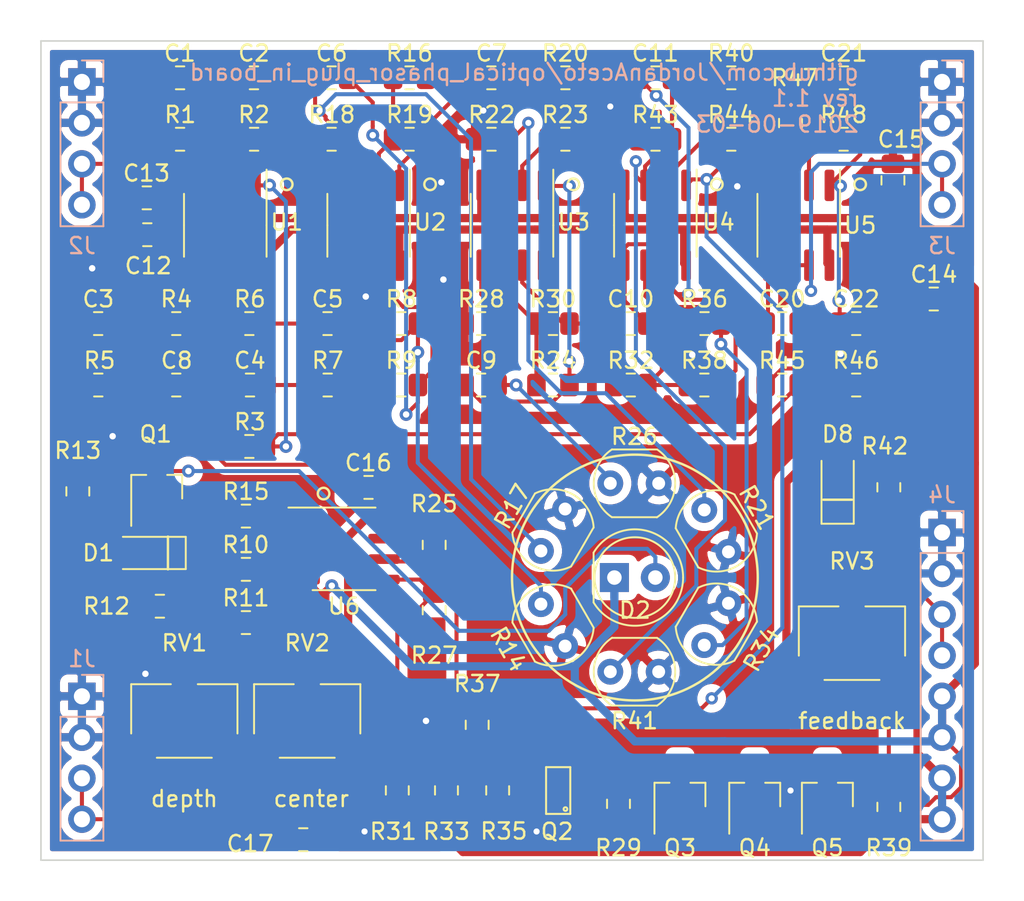
<source format=kicad_pcb>
(kicad_pcb (version 20171130) (host pcbnew 5.1.2-f72e74a~84~ubuntu18.04.1)
  (title_block (title "optical phasor plug in board") (date 2019-06-04) (rev 1.1) (comment 2 creativecommons.org/licenses/by/4.0/) (comment 3 "Licinse: CC by 4.0") (comment 4 "Author: Jordan Aceto"))
  (layers (0 F.Cu signal) (31 B.Cu signal) (34 B.Paste user) (35 F.Paste user) (36 B.SilkS user) (37 F.SilkS user) (38 B.Mask user) (39 F.Mask user) (44 Edge.Cuts user))
  (net 0 "")
  (net 1 "Net-(C1-Pad1)")
  (net 2 "Net-(C2-Pad1)")
  (net 3 "Net-(C2-Pad2)")
  (net 4 "Net-(C3-Pad1)")
  (net 5 "Net-(C4-Pad2)")
  (net 6 "Net-(C4-Pad1)")
  (net 7 "Net-(C5-Pad1)")
  (net 8 "Net-(C6-Pad1)")
  (net 9 "Net-(C6-Pad2)")
  (net 10 "Net-(C7-Pad2)")
  (net 11 "Net-(C7-Pad1)")
  (net 12 "Net-(C8-Pad1)")
  (net 13 "Net-(C8-Pad2)")
  (net 14 "Net-(C9-Pad1)")
  (net 15 "Net-(C9-Pad2)")
  (net 16 "Net-(C10-Pad2)")
  (net 17 "Net-(C10-Pad1)")
  (net 18 "Net-(C11-Pad1)")
  (net 19 "Net-(C11-Pad2)")
  (net 20 "Net-(D1-Pad1)")
  (net 21 "Net-(D8-Pad1)")
  (net 22 "Net-(J1-Pad3)")
  (net 23 "Net-(J2-Pad3)")
  (net 24 "Net-(J3-Pad3)")
  (net 25 "Net-(J4-Pad3)")
  (net 26 "Net-(Q2-Pad1)")
  (net 27 "Net-(Q3-Pad1)")
  (net 28 "Net-(Q5-Pad2)")
  (net 29 "Net-(R7-Pad1)")
  (net 30 "Net-(R10-Pad2)")
  (net 31 "Net-(R10-Pad1)")
  (net 32 "Net-(R11-Pad2)")
  (net 33 "Net-(R12-Pad2)")
  (net 34 "Net-(R16-Pad1)")
  (net 35 "Net-(R20-Pad1)")
  (net 36 "Net-(R24-Pad1)")
  (net 37 "Net-(R32-Pad1)")
  (net 38 "Net-(R40-Pad1)")
  (net 39 "Net-(Q2-Pad3)")
  (net 40 "Net-(Q2-Pad5)")
  (net 41 "Net-(Q2-Pad2)")
  (net 42 "Net-(Q2-Pad6)")
  (net 43 GND)
  (net 44 +12V)
  (net 45 -12V)
  (net 46 "Net-(C20-Pad2)")
  (net 47 "Net-(C21-Pad2)")
  (net 48 "Net-(C21-Pad1)")
  (net 49 "Net-(C22-Pad1)")
  (net 50 "Net-(D1-Pad2)")
  (net 51 "Net-(D2-Pad2)")
  (net 52 "Net-(R37-Pad2)")
  (module optical_phasor_plug_in_board:SOT457 (layer F.Cu) (at 148.914 112.522 90)
    (fp_text reference Q2 (at -2.54 -0.07 180) (layer F.SilkS))
    (fp_text value BCM847DS135 hide)
    (pad 6 smd rect (at -0.95 -1.45 90) (size 0.55 1.5) (layers F.Cu F.Paste F.Mask) (net 42 "Net-(Q2-Pad6)"))
    (pad 5 smd rect (at 0 -1.45 90) (size 0.55 1.5) (layers F.Cu F.Paste F.Mask) (net 40 "Net-(Q2-Pad5)"))
    (pad 4 smd rect (at 0.95 -1.45 90) (size 0.55 1.5) (layers F.Cu F.Paste F.Mask) (net 26 "Net-(Q2-Pad1)"))
    (pad 3 smd rect (at 0.95 1.45 90) (size 0.55 1.5) (layers F.Cu F.Paste F.Mask) (net 39 "Net-(Q2-Pad3)"))
    (pad 2 smd rect (at 0 1.45 90) (size 0.55 1.5) (layers F.Cu F.Paste F.Mask) (net 41 "Net-(Q2-Pad2)"))
    (pad 1 smd rect (at -0.95 1.45 90) (size 0.55 1.5) (layers F.Cu F.Paste F.Mask) (net 26 "Net-(Q2-Pad1)"))
  )
  (module Package_TO_SOT_SMD:SOT-23_Handsoldering (layer F.Cu) (at 165.608 112.8 90)
    (fp_text reference Q5 (at -3.278 0 180) (layer F.SilkS))
    (fp_text value MMBT3906)
    (pad 3 smd rect (at 1.5 0 90) (size 1.9 0.8) (layers F.Cu F.Paste F.Mask) (net 27 "Net-(Q3-Pad1)"))
    (pad 2 smd rect (at -1.5 0.95 90) (size 1.9 0.8) (layers F.Cu F.Paste F.Mask) (net 28 "Net-(Q5-Pad2)"))
    (pad 1 smd rect (at -1.5 -0.95 90) (size 1.9 0.8) (layers F.Cu F.Paste F.Mask) (net 43 GND))
  )
  (module Package_TO_SOT_SMD:SOT-23_Handsoldering (layer F.Cu) (at 161.102 112.8 90)
    (fp_text reference Q4 (at -3.278 0 180) (layer F.SilkS))
    (fp_text value MMBT3904)
    (pad 3 smd rect (at 1.5 0 90) (size 1.9 0.8) (layers F.Cu F.Paste F.Mask) (net 27 "Net-(Q3-Pad1)"))
    (pad 2 smd rect (at -1.5 0.95 90) (size 1.9 0.8) (layers F.Cu F.Paste F.Mask) (net 45 -12V))
    (pad 1 smd rect (at -1.5 -0.95 90) (size 1.9 0.8) (layers F.Cu F.Paste F.Mask) (net 27 "Net-(Q3-Pad1)"))
  )
  (module Package_TO_SOT_SMD:SOT-23_Handsoldering (layer F.Cu) (at 156.464 112.8 90)
    (fp_text reference Q3 (at -3.278 0 180) (layer F.SilkS))
    (fp_text value MMBT3904)
    (pad 3 smd rect (at 1.5 0 90) (size 1.9 0.8) (layers F.Cu F.Paste F.Mask) (net 26 "Net-(Q2-Pad1)"))
    (pad 2 smd rect (at -1.5 0.95 90) (size 1.9 0.8) (layers F.Cu F.Paste F.Mask) (net 45 -12V))
    (pad 1 smd rect (at -1.5 -0.95 90) (size 1.9 0.8) (layers F.Cu F.Paste F.Mask) (net 27 "Net-(Q3-Pad1)"))
  )
  (module Package_TO_SOT_SMD:SOT-23_Handsoldering (layer F.Cu) (at 124.018 93.71 90)
    (fp_text reference Q1 (at 3.286 -0.066 180) (layer F.SilkS))
    (fp_text value MMBT3906)
    (pad 3 smd rect (at 1.5 0 90) (size 1.9 0.8) (layers F.Cu F.Paste F.Mask) (net 51 "Net-(D2-Pad2)"))
    (pad 2 smd rect (at -1.5 0.95 90) (size 1.9 0.8) (layers F.Cu F.Paste F.Mask) (net 20 "Net-(D1-Pad1)"))
    (pad 1 smd rect (at -1.5 -0.95 90) (size 1.9 0.8) (layers F.Cu F.Paste F.Mask) (net 50 "Net-(D1-Pad2)"))
  )
  (module Potentiometer_SMD:Potentiometer_Bourns_3269W_Vertical (layer F.Cu) (at 167.132 103.378 180)
    (fp_text reference RV3 (at 0 5.08) (layer F.SilkS))
    (fp_text value 50k)
    (pad 3 smd rect (at -2.54 -2.415 180) (size 1.19 2.79) (layers F.Cu F.Paste F.Mask) (net 28 "Net-(Q5-Pad2)"))
    (pad 2 smd rect (at 0 2.415 180) (size 1.19 2.79) (layers F.Cu F.Paste F.Mask) (net 21 "Net-(D8-Pad1)"))
    (pad 1 smd rect (at 2.54 -2.415 180) (size 1.19 2.79) (layers F.Cu F.Paste F.Mask) (net 21 "Net-(D8-Pad1)"))
  )
  (module OptoDevice:R_LDR_5.0x4.1mm_P3mm_Vertical (layer F.Cu) (at 147.843793 97.662999 60)
    (fp_text reference R17 (at 1.5 -2.9 60) (layer F.SilkS))
    (fp_text value LDR)
    (pad 1 thru_hole circle (at 0 0 60) (size 1.6 1.6) (drill 0.8) (layers *.Cu *.Mask) (net 8 "Net-(C6-Pad1)"))
    (pad 2 thru_hole circle (at 3 0 60) (size 1.6 1.6) (drill 0.8) (layers *.Cu *.Mask) (net 43 GND))
  )
  (module Package_SO:SOIC-8_3.9x4.9mm_P1.27mm (layer F.Cu) (at 163.83 77.47 270)
    (fp_text reference U5 (at 0 -3.81 180) (layer F.SilkS))
    (fp_text value RC4558)
    (pad 8 smd roundrect (at 2.475 -1.905 270) (size 1.95 0.6) (layers F.Cu F.Paste F.Mask) (net 44 +12V))
    (pad 7 smd roundrect (at 2.475 -0.635 270) (size 1.95 0.6) (layers F.Cu F.Paste F.Mask) (net 24 "Net-(J3-Pad3)"))
    (pad 6 smd roundrect (at 2.475 0.635 270) (size 1.95 0.6) (layers F.Cu F.Paste F.Mask) (net 24 "Net-(J3-Pad3)"))
    (pad 5 smd roundrect (at 2.475 1.905 270) (size 1.95 0.6) (layers F.Cu F.Paste F.Mask) (net 46 "Net-(C20-Pad2)"))
    (pad 4 smd roundrect (at -2.475 1.905 270) (size 1.95 0.6) (layers F.Cu F.Paste F.Mask) (net 45 -12V))
    (pad 3 smd roundrect (at -2.475 0.635 270) (size 1.95 0.6) (layers F.Cu F.Paste F.Mask) (net 43 GND))
    (pad 2 smd roundrect (at -2.475 -0.635 270) (size 1.95 0.6) (layers F.Cu F.Paste F.Mask) (net 47 "Net-(C21-Pad2)"))
    (pad 1 smd roundrect (at -2.475 -1.905 270) (size 1.95 0.6) (layers F.Cu F.Paste F.Mask) (net 48 "Net-(C21-Pad1)"))
  )
  (module Potentiometer_SMD:Potentiometer_Bourns_3269W_Vertical (layer F.Cu) (at 133.35 108.204 180)
    (fp_text reference RV2 (at 0 4.826) (layer F.SilkS))
    (fp_text value 100k)
    (pad 3 smd rect (at -2.54 -2.415 180) (size 1.19 2.79) (layers F.Cu F.Paste F.Mask) (net 44 +12V))
    (pad 2 smd rect (at 0 2.415 180) (size 1.19 2.79) (layers F.Cu F.Paste F.Mask) (net 32 "Net-(R11-Pad2)"))
    (pad 1 smd rect (at 2.54 -2.415 180) (size 1.19 2.79) (layers F.Cu F.Paste F.Mask) (net 45 -12V))
  )
  (module Potentiometer_SMD:Potentiometer_Bourns_3269W_Vertical (layer F.Cu) (at 125.73 108.204 180)
    (fp_text reference RV1 (at 0 4.826) (layer F.SilkS))
    (fp_text value 10k)
    (pad 3 smd rect (at -2.54 -2.415 180) (size 1.19 2.79) (layers F.Cu F.Paste F.Mask) (net 22 "Net-(J1-Pad3)"))
    (pad 2 smd rect (at 0 2.415 180) (size 1.19 2.79) (layers F.Cu F.Paste F.Mask) (net 30 "Net-(R10-Pad2)"))
    (pad 1 smd rect (at 2.54 -2.415 180) (size 1.19 2.79) (layers F.Cu F.Paste F.Mask) (net 43 GND))
  )
  (module Connector_PinHeader_2.54mm:PinHeader_1x04_P2.54mm_Vertical (layer B.Cu) (at 119.38 106.68 180)
    (fp_text reference J1 (at 0 2.33) (layer B.SilkS) (effects (justify mirror)))
    (fp_text value Conn_01x04_Male)
    (pad 1 thru_hole rect (at 0 0 180) (size 1.7 1.7) (drill 1) (layers *.Cu *.Mask) (net 43 GND))
    (pad 2 thru_hole oval (at 0 -2.54 180) (size 1.7 1.7) (drill 1) (layers *.Cu *.Mask) (net 43 GND))
    (pad 3 thru_hole oval (at 0 -5.08 180) (size 1.7 1.7) (drill 1) (layers *.Cu *.Mask) (net 22 "Net-(J1-Pad3)"))
    (pad 4 thru_hole oval (at 0 -7.62 180) (size 1.7 1.7) (drill 1) (layers *.Cu *.Mask) (net 22 "Net-(J1-Pad3)"))
  )
  (module Resistor_SMD:R_0805_2012Metric_Pad1.15x1.40mm_HandSolder (layer F.Cu) (at 166.615 72.136 180)
    (fp_text reference R48 (at 0 1.524) (layer F.SilkS))
    (fp_text value 4k7)
    (pad 2 smd roundrect (at 1.025 0 180) (size 1.15 1.4) (layers F.Cu F.Paste F.Mask) (roundrect_rratio 0.217391) (net 47 "Net-(C21-Pad2)"))
    (pad 1 smd roundrect (at -1.025 0 180) (size 1.15 1.4) (layers F.Cu F.Paste F.Mask) (roundrect_rratio 0.217391) (net 48 "Net-(C21-Pad1)"))
  )
  (module Resistor_SMD:R_0805_2012Metric_Pad1.15x1.40mm_HandSolder (layer F.Cu) (at 163.322 71.129 270)
    (fp_text reference R47 (at -2.803 -0.254 180) (layer F.SilkS))
    (fp_text value 4k7)
    (pad 2 smd roundrect (at 1.025 0 270) (size 1.15 1.4) (layers F.Cu F.Paste F.Mask) (roundrect_rratio 0.217391) (net 52 "Net-(R37-Pad2)"))
    (pad 1 smd roundrect (at -1.025 0 270) (size 1.15 1.4) (layers F.Cu F.Paste F.Mask) (roundrect_rratio 0.217391) (net 47 "Net-(C21-Pad2)"))
  )
  (module Resistor_SMD:R_0805_2012Metric_Pad1.15x1.40mm_HandSolder (layer F.Cu) (at 167.395 87.376)
    (fp_text reference R46 (at -0.009 -1.524) (layer F.SilkS))
    (fp_text value 4k7)
    (pad 2 smd roundrect (at 1.025 0) (size 1.15 1.4) (layers F.Cu F.Paste F.Mask) (roundrect_rratio 0.217391) (net 49 "Net-(C22-Pad1)"))
    (pad 1 smd roundrect (at -1.025 0) (size 1.15 1.4) (layers F.Cu F.Paste F.Mask) (roundrect_rratio 0.217391) (net 46 "Net-(C20-Pad2)"))
  )
  (module Resistor_SMD:R_0805_2012Metric_Pad1.15x1.40mm_HandSolder (layer F.Cu) (at 162.805 87.376)
    (fp_text reference R45 (at 0 -1.524) (layer F.SilkS))
    (fp_text value 12k)
    (pad 2 smd roundrect (at 1.025 0) (size 1.15 1.4) (layers F.Cu F.Paste F.Mask) (roundrect_rratio 0.217391) (net 2 "Net-(C2-Pad1)"))
    (pad 1 smd roundrect (at -1.025 0) (size 1.15 1.4) (layers F.Cu F.Paste F.Mask) (roundrect_rratio 0.217391) (net 46 "Net-(C20-Pad2)"))
  )
  (module Resistor_SMD:R_0805_2012Metric_Pad1.15x1.40mm_HandSolder (layer F.Cu) (at 169.418 113.538 90)
    (fp_text reference R39 (at -2.54 0 180) (layer F.SilkS))
    (fp_text value 680k)
    (pad 2 smd roundrect (at 1.025 0 90) (size 1.15 1.4) (layers F.Cu F.Paste F.Mask) (roundrect_rratio 0.217391) (net 28 "Net-(Q5-Pad2)"))
    (pad 1 smd roundrect (at -1.025 0 90) (size 1.15 1.4) (layers F.Cu F.Paste F.Mask) (roundrect_rratio 0.217391) (net 44 +12V))
  )
  (module Resistor_SMD:R_0805_2012Metric_Pad1.15x1.40mm_HandSolder (layer F.Cu) (at 129.549 95.504 180)
    (fp_text reference R15 (at 0 1.524) (layer F.SilkS))
    (fp_text value ???)
    (pad 2 smd roundrect (at 1.025 0 180) (size 1.15 1.4) (layers F.Cu F.Paste F.Mask) (roundrect_rratio 0.217391) (net 31 "Net-(R10-Pad1)"))
    (pad 1 smd roundrect (at -1.025 0 180) (size 1.15 1.4) (layers F.Cu F.Paste F.Mask) (roundrect_rratio 0.217391) (net 33 "Net-(R12-Pad2)"))
  )
  (module Capacitor_SMD:C_0805_2012Metric_Pad1.15x1.40mm_HandSolder (layer F.Cu) (at 167.395 83.566 180)
    (fp_text reference C22 (at 0 1.524) (layer F.SilkS))
    (fp_text value 220nF)
    (pad 2 smd roundrect (at 1.025 0 180) (size 1.15 1.4) (layers F.Cu F.Paste F.Mask) (roundrect_rratio 0.217391) (net 48 "Net-(C21-Pad1)"))
    (pad 1 smd roundrect (at -1.025 0 180) (size 1.15 1.4) (layers F.Cu F.Paste F.Mask) (roundrect_rratio 0.217391) (net 49 "Net-(C22-Pad1)"))
  )
  (module Capacitor_SMD:C_0805_2012Metric_Pad1.15x1.40mm_HandSolder (layer F.Cu) (at 166.633 68.326 180)
    (fp_text reference C21 (at 0.009 1.524) (layer F.SilkS))
    (fp_text value 1n)
    (pad 2 smd roundrect (at 1.025 0 180) (size 1.15 1.4) (layers F.Cu F.Paste F.Mask) (roundrect_rratio 0.217391) (net 47 "Net-(C21-Pad2)"))
    (pad 1 smd roundrect (at -1.025 0 180) (size 1.15 1.4) (layers F.Cu F.Paste F.Mask) (roundrect_rratio 0.217391) (net 48 "Net-(C21-Pad1)"))
  )
  (module Capacitor_SMD:C_0805_2012Metric_Pad1.15x1.40mm_HandSolder (layer F.Cu) (at 162.805 83.566 180)
    (fp_text reference C20 (at 0 1.524) (layer F.SilkS))
    (fp_text value 470pF)
    (pad 2 smd roundrect (at 1.025 0 180) (size 1.15 1.4) (layers F.Cu F.Paste F.Mask) (roundrect_rratio 0.217391) (net 46 "Net-(C20-Pad2)"))
    (pad 1 smd roundrect (at -1.025 0 180) (size 1.15 1.4) (layers F.Cu F.Paste F.Mask) (roundrect_rratio 0.217391) (net 43 GND))
  )
  (module Resistor_SMD:R_0805_2012Metric_Pad1.15x1.40mm_HandSolder (layer F.Cu) (at 157.979 87.376 180)
    (fp_text reference R38 (at 0 1.524) (layer F.SilkS))
    (fp_text value 4k7)
    (pad 1 smd roundrect (at -1.025 0 180) (size 1.15 1.4) (layers F.Cu F.Paste F.Mask) (roundrect_rratio 0.217391) (net 19 "Net-(C11-Pad2)"))
    (pad 2 smd roundrect (at 1.025 0 180) (size 1.15 1.4) (layers F.Cu F.Paste F.Mask) (roundrect_rratio 0.217391) (net 37 "Net-(R32-Pad1)"))
  )
  (module Capacitor_SMD:C_0805_2012Metric_Pad1.15x1.40mm_HandSolder (layer F.Cu) (at 154.949 68.326 180)
    (fp_text reference C11 (at 0.009 1.524) (layer F.SilkS))
    (fp_text value 6n8)
    (pad 2 smd roundrect (at 1.025 0 180) (size 1.15 1.4) (layers F.Cu F.Paste F.Mask) (roundrect_rratio 0.217391) (net 19 "Net-(C11-Pad2)"))
    (pad 1 smd roundrect (at -1.025 0 180) (size 1.15 1.4) (layers F.Cu F.Paste F.Mask) (roundrect_rratio 0.217391) (net 18 "Net-(C11-Pad1)"))
  )
  (module Resistor_SMD:R_0805_2012Metric_Pad1.15x1.40mm_HandSolder (layer F.Cu) (at 157.988 83.566)
    (fp_text reference R36 (at 0 -1.524) (layer F.SilkS))
    (fp_text value 220k)
    (pad 1 smd roundrect (at -1.025 0) (size 1.15 1.4) (layers F.Cu F.Paste F.Mask) (roundrect_rratio 0.217391) (net 43 GND))
    (pad 2 smd roundrect (at 1.025 0) (size 1.15 1.4) (layers F.Cu F.Paste F.Mask) (roundrect_rratio 0.217391) (net 17 "Net-(C10-Pad1)"))
  )
  (module Resistor_SMD:R_0805_2012Metric_Pad1.15x1.40mm_HandSolder (layer F.Cu) (at 154.949 72.136)
    (fp_text reference R43 (at -0.009 -1.524) (layer F.SilkS))
    (fp_text value 220k)
    (pad 1 smd roundrect (at -1.025 0) (size 1.15 1.4) (layers F.Cu F.Paste F.Mask) (roundrect_rratio 0.217391) (net 43 GND))
    (pad 2 smd roundrect (at 1.025 0) (size 1.15 1.4) (layers F.Cu F.Paste F.Mask) (roundrect_rratio 0.217391) (net 18 "Net-(C11-Pad1)"))
  )
  (module Resistor_SMD:R_0805_2012Metric_Pad1.15x1.40mm_HandSolder (layer F.Cu) (at 153.416 87.376 180)
    (fp_text reference R32 (at -0.009 1.524) (layer F.SilkS))
    (fp_text value 4k7)
    (pad 2 smd roundrect (at 1.025 0 180) (size 1.15 1.4) (layers F.Cu F.Paste F.Mask) (roundrect_rratio 0.217391) (net 16 "Net-(C10-Pad2)"))
    (pad 1 smd roundrect (at -1.025 0 180) (size 1.15 1.4) (layers F.Cu F.Paste F.Mask) (roundrect_rratio 0.217391) (net 37 "Net-(R32-Pad1)"))
  )
  (module Resistor_SMD:R_0805_2012Metric_Pad1.15x1.40mm_HandSolder (layer F.Cu) (at 159.648 72.136 180)
    (fp_text reference R44 (at 0.009 1.524) (layer F.SilkS))
    (fp_text value 4k7)
    (pad 1 smd roundrect (at -1.025 0 180) (size 1.15 1.4) (layers F.Cu F.Paste F.Mask) (roundrect_rratio 0.217391) (net 52 "Net-(R37-Pad2)"))
    (pad 2 smd roundrect (at 1.025 0 180) (size 1.15 1.4) (layers F.Cu F.Paste F.Mask) (roundrect_rratio 0.217391) (net 38 "Net-(R40-Pad1)"))
  )
  (module Capacitor_SMD:C_0805_2012Metric_Pad1.15x1.40mm_HandSolder (layer F.Cu) (at 153.416 83.566 180)
    (fp_text reference C10 (at 0 1.524) (layer F.SilkS))
    (fp_text value 6n8)
    (pad 2 smd roundrect (at 1.025 0 180) (size 1.15 1.4) (layers F.Cu F.Paste F.Mask) (roundrect_rratio 0.217391) (net 16 "Net-(C10-Pad2)"))
    (pad 1 smd roundrect (at -1.025 0 180) (size 1.15 1.4) (layers F.Cu F.Paste F.Mask) (roundrect_rratio 0.217391) (net 17 "Net-(C10-Pad1)"))
  )
  (module Resistor_SMD:R_0805_2012Metric_Pad1.15x1.40mm_HandSolder (layer F.Cu) (at 159.648 68.326)
    (fp_text reference R40 (at -0.009 -1.524) (layer F.SilkS))
    (fp_text value 4k7)
    (pad 2 smd roundrect (at 1.025 0) (size 1.15 1.4) (layers F.Cu F.Paste F.Mask) (roundrect_rratio 0.217391) (net 19 "Net-(C11-Pad2)"))
    (pad 1 smd roundrect (at -1.025 0) (size 1.15 1.4) (layers F.Cu F.Paste F.Mask) (roundrect_rratio 0.217391) (net 38 "Net-(R40-Pad1)"))
  )
  (module Package_SO:SOIC-8_3.9x4.9mm_P1.27mm (layer F.Cu) (at 154.94 77.47 270)
    (fp_text reference U4 (at -0.189 -3.918 180) (layer F.SilkS))
    (fp_text value RC4558)
    (pad 8 smd roundrect (at 2.475 -1.905 270) (size 1.95 0.6) (layers F.Cu F.Paste F.Mask) (net 44 +12V))
    (pad 7 smd roundrect (at 2.475 -0.635 270) (size 1.95 0.6) (layers F.Cu F.Paste F.Mask) (net 19 "Net-(C11-Pad2)"))
    (pad 6 smd roundrect (at 2.475 0.635 270) (size 1.95 0.6) (layers F.Cu F.Paste F.Mask) (net 37 "Net-(R32-Pad1)"))
    (pad 5 smd roundrect (at 2.475 1.905 270) (size 1.95 0.6) (layers F.Cu F.Paste F.Mask) (net 17 "Net-(C10-Pad1)"))
    (pad 4 smd roundrect (at -2.475 1.905 270) (size 1.95 0.6) (layers F.Cu F.Paste F.Mask) (net 45 -12V))
    (pad 3 smd roundrect (at -2.475 0.635 270) (size 1.95 0.6) (layers F.Cu F.Paste F.Mask) (net 18 "Net-(C11-Pad1)"))
    (pad 2 smd roundrect (at -2.475 -0.635 270) (size 1.95 0.6) (layers F.Cu F.Paste F.Mask) (net 38 "Net-(R40-Pad1)"))
    (pad 1 smd roundrect (at -2.475 -1.905 270) (size 1.95 0.6) (layers F.Cu F.Paste F.Mask) (net 52 "Net-(R37-Pad2)"))
  )
  (module Resistor_SMD:R_0805_2012Metric_Pad1.15x1.40mm_HandSolder (layer F.Cu) (at 120.396 87.376)
    (fp_text reference R5 (at 0.075 -1.524) (layer F.SilkS))
    (fp_text value 220k)
    (pad 1 smd roundrect (at -1.025 0) (size 1.15 1.4) (layers F.Cu F.Paste F.Mask) (roundrect_rratio 0.217391) (net 43 GND))
    (pad 2 smd roundrect (at 1.025 0) (size 1.15 1.4) (layers F.Cu F.Paste F.Mask) (roundrect_rratio 0.217391) (net 4 "Net-(C3-Pad1)"))
  )
  (module LED_THT:LED_D5.0mm (layer F.Cu) (at 152.4 99.314)
    (fp_text reference D2 (at 1.27 2.032) (layer F.SilkS))
    (fp_text value green_diffused)
    (pad 2 thru_hole circle (at 2.54 0) (size 1.8 1.8) (drill 0.9) (layers *.Cu *.Mask) (net 51 "Net-(D2-Pad2)"))
    (pad 1 thru_hole rect (at 0 0) (size 1.8 1.8) (drill 0.9) (layers *.Cu *.Mask) (net 45 -12V))
  )
  (module Connector_PinHeader_2.54mm:PinHeader_1x04_P2.54mm_Vertical (layer B.Cu) (at 119.38 68.58 180)
    (fp_text reference J2 (at 0 -10.16) (layer B.SilkS) (effects (justify mirror)))
    (fp_text value Conn_01x04_Male)
    (pad 4 thru_hole oval (at 0 -7.62 180) (size 1.7 1.7) (drill 1) (layers *.Cu *.Mask) (net 23 "Net-(J2-Pad3)"))
    (pad 3 thru_hole oval (at 0 -5.08 180) (size 1.7 1.7) (drill 1) (layers *.Cu *.Mask) (net 23 "Net-(J2-Pad3)"))
    (pad 2 thru_hole oval (at 0 -2.54 180) (size 1.7 1.7) (drill 1) (layers *.Cu *.Mask) (net 43 GND))
    (pad 1 thru_hole rect (at 0 0 180) (size 1.7 1.7) (drill 1) (layers *.Cu *.Mask) (net 43 GND))
  )
  (module Connector_PinHeader_2.54mm:PinHeader_1x04_P2.54mm_Vertical (layer B.Cu) (at 172.72 68.58 180)
    (fp_text reference J3 (at 0 -10.16) (layer B.SilkS) (effects (justify mirror)))
    (fp_text value Conn_01x04_Male)
    (pad 4 thru_hole oval (at 0 -7.62 180) (size 1.7 1.7) (drill 1) (layers *.Cu *.Mask) (net 24 "Net-(J3-Pad3)"))
    (pad 3 thru_hole oval (at 0 -5.08 180) (size 1.7 1.7) (drill 1) (layers *.Cu *.Mask) (net 24 "Net-(J3-Pad3)"))
    (pad 2 thru_hole oval (at 0 -2.54 180) (size 1.7 1.7) (drill 1) (layers *.Cu *.Mask) (net 43 GND))
    (pad 1 thru_hole rect (at 0 0 180) (size 1.7 1.7) (drill 1) (layers *.Cu *.Mask) (net 43 GND))
  )
  (module Connector_PinHeader_2.54mm:PinHeader_1x08_P2.54mm_Vertical (layer B.Cu) (at 172.72 96.52 180)
    (fp_text reference J4 (at 0 2.33) (layer B.SilkS) (effects (justify mirror)))
    (fp_text value Conn_01x08_Male)
    (pad 1 thru_hole rect (at 0 0 180) (size 1.7 1.7) (drill 1) (layers *.Cu *.Mask) (net 43 GND))
    (pad 2 thru_hole oval (at 0 -2.54 180) (size 1.7 1.7) (drill 1) (layers *.Cu *.Mask) (net 43 GND))
    (pad 3 thru_hole oval (at 0 -5.08 180) (size 1.7 1.7) (drill 1) (layers *.Cu *.Mask) (net 25 "Net-(J4-Pad3)"))
    (pad 4 thru_hole oval (at 0 -7.62 180) (size 1.7 1.7) (drill 1) (layers *.Cu *.Mask) (net 25 "Net-(J4-Pad3)"))
    (pad 5 thru_hole oval (at 0 -10.16 180) (size 1.7 1.7) (drill 1) (layers *.Cu *.Mask) (net 45 -12V))
    (pad 6 thru_hole oval (at 0 -12.7 180) (size 1.7 1.7) (drill 1) (layers *.Cu *.Mask) (net 45 -12V))
    (pad 7 thru_hole oval (at 0 -15.24 180) (size 1.7 1.7) (drill 1) (layers *.Cu *.Mask) (net 44 +12V))
    (pad 8 thru_hole oval (at 0 -17.78 180) (size 1.7 1.7) (drill 1) (layers *.Cu *.Mask) (net 44 +12V))
  )
  (module OptoDevice:R_LDR_5.0x4.1mm_P3mm_Vertical (layer F.Cu) (at 147.843793 100.965001 300)
    (fp_text reference R14 (at 1.403675 3.156764 120) (layer F.SilkS))
    (fp_text value LDR)
    (pad 1 thru_hole circle (at 0 0 300) (size 1.6 1.6) (drill 0.8) (layers *.Cu *.Mask) (net 7 "Net-(C5-Pad1)"))
    (pad 2 thru_hole circle (at 3 0 300) (size 1.6 1.6) (drill 0.8) (layers *.Cu *.Mask) (net 43 GND))
  )
  (module OptoDevice:R_LDR_5.0x4.1mm_P3mm_Vertical (layer F.Cu) (at 157.972207 95.122999 300)
    (fp_text reference R21 (at 1.5 -2.9 120) (layer F.SilkS))
    (fp_text value LDR)
    (pad 2 thru_hole circle (at 3 0 300) (size 1.6 1.6) (drill 0.8) (layers *.Cu *.Mask) (net 43 GND))
    (pad 1 thru_hole circle (at 0 0 300) (size 1.6 1.6) (drill 0.8) (layers *.Cu *.Mask) (net 11 "Net-(C7-Pad1)"))
  )
  (module OptoDevice:R_LDR_5.0x4.1mm_P3mm_Vertical (layer F.Cu) (at 152.146 93.472)
    (fp_text reference R26 (at 1.5 -2.9) (layer F.SilkS))
    (fp_text value LDR)
    (pad 2 thru_hole circle (at 3 0) (size 1.6 1.6) (drill 0.8) (layers *.Cu *.Mask) (net 43 GND))
    (pad 1 thru_hole circle (at 0 0) (size 1.6 1.6) (drill 0.8) (layers *.Cu *.Mask) (net 14 "Net-(C9-Pad1)"))
  )
  (module OptoDevice:R_LDR_5.0x4.1mm_P3mm_Vertical (layer F.Cu) (at 157.972207 103.505001 60)
    (fp_text reference R34 (at 1.55803 3.206586 60) (layer F.SilkS))
    (fp_text value LDR)
    (pad 2 thru_hole circle (at 3 0 60) (size 1.6 1.6) (drill 0.8) (layers *.Cu *.Mask) (net 43 GND))
    (pad 1 thru_hole circle (at 0 0 60) (size 1.6 1.6) (drill 0.8) (layers *.Cu *.Mask) (net 17 "Net-(C10-Pad1)"))
  )
  (module OptoDevice:R_LDR_5.0x4.1mm_P3mm_Vertical (layer F.Cu) (at 152.146 105.156)
    (fp_text reference R41 (at 1.5 3.048) (layer F.SilkS))
    (fp_text value LDR)
    (pad 2 thru_hole circle (at 3 0) (size 1.6 1.6) (drill 0.8) (layers *.Cu *.Mask) (net 43 GND))
    (pad 1 thru_hole circle (at 0 0) (size 1.6 1.6) (drill 0.8) (layers *.Cu *.Mask) (net 18 "Net-(C11-Pad1)"))
  )
  (module Package_SO:SOIC-8_3.9x4.9mm_P1.27mm (layer F.Cu) (at 128.27 77.47 270)
    (fp_text reference U1 (at -0.189 -3.81 180) (layer F.SilkS))
    (fp_text value RC4558)
    (pad 1 smd roundrect (at -2.475 -1.905 270) (size 1.95 0.6) (layers F.Cu F.Paste F.Mask) (net 2 "Net-(C2-Pad1)"))
    (pad 2 smd roundrect (at -2.475 -0.635 270) (size 1.95 0.6) (layers F.Cu F.Paste F.Mask) (net 3 "Net-(C2-Pad2)"))
    (pad 3 smd roundrect (at -2.475 0.635 270) (size 1.95 0.6) (layers F.Cu F.Paste F.Mask) (net 1 "Net-(C1-Pad1)"))
    (pad 4 smd roundrect (at -2.475 1.905 270) (size 1.95 0.6) (layers F.Cu F.Paste F.Mask) (net 45 -12V))
    (pad 5 smd roundrect (at 2.475 1.905 270) (size 1.95 0.6) (layers F.Cu F.Paste F.Mask) (net 4 "Net-(C3-Pad1)"))
    (pad 6 smd roundrect (at 2.475 0.635 270) (size 1.95 0.6) (layers F.Cu F.Paste F.Mask) (net 6 "Net-(C4-Pad1)"))
    (pad 7 smd roundrect (at 2.475 -0.635 270) (size 1.95 0.6) (layers F.Cu F.Paste F.Mask) (net 5 "Net-(C4-Pad2)"))
    (pad 8 smd roundrect (at 2.475 -1.905 270) (size 1.95 0.6) (layers F.Cu F.Paste F.Mask) (net 44 +12V))
  )
  (module Package_SO:SOIC-8_3.9x4.9mm_P1.27mm (layer F.Cu) (at 137.16 77.47 270)
    (fp_text reference U2 (at -0.189 -3.818 180) (layer F.SilkS))
    (fp_text value RC4558)
    (pad 1 smd roundrect (at -2.475 -1.905 270) (size 1.95 0.6) (layers F.Cu F.Paste F.Mask) (net 10 "Net-(C7-Pad2)"))
    (pad 2 smd roundrect (at -2.475 -0.635 270) (size 1.95 0.6) (layers F.Cu F.Paste F.Mask) (net 34 "Net-(R16-Pad1)"))
    (pad 3 smd roundrect (at -2.475 0.635 270) (size 1.95 0.6) (layers F.Cu F.Paste F.Mask) (net 8 "Net-(C6-Pad1)"))
    (pad 4 smd roundrect (at -2.475 1.905 270) (size 1.95 0.6) (layers F.Cu F.Paste F.Mask) (net 45 -12V))
    (pad 5 smd roundrect (at 2.475 1.905 270) (size 1.95 0.6) (layers F.Cu F.Paste F.Mask) (net 7 "Net-(C5-Pad1)"))
    (pad 6 smd roundrect (at 2.475 0.635 270) (size 1.95 0.6) (layers F.Cu F.Paste F.Mask) (net 29 "Net-(R7-Pad1)"))
    (pad 7 smd roundrect (at 2.475 -0.635 270) (size 1.95 0.6) (layers F.Cu F.Paste F.Mask) (net 9 "Net-(C6-Pad2)"))
    (pad 8 smd roundrect (at 2.475 -1.905 270) (size 1.95 0.6) (layers F.Cu F.Paste F.Mask) (net 44 +12V))
  )
  (module Package_SO:SOIC-8_3.9x4.9mm_P1.27mm (layer F.Cu) (at 146.05 77.47 270)
    (fp_text reference U3 (at -0.189 -3.836 180) (layer F.SilkS))
    (fp_text value RC4558)
    (pad 1 smd roundrect (at -2.475 -1.905 270) (size 1.95 0.6) (layers F.Cu F.Paste F.Mask) (net 15 "Net-(C9-Pad2)"))
    (pad 2 smd roundrect (at -2.475 -0.635 270) (size 1.95 0.6) (layers F.Cu F.Paste F.Mask) (net 35 "Net-(R20-Pad1)"))
    (pad 3 smd roundrect (at -2.475 0.635 270) (size 1.95 0.6) (layers F.Cu F.Paste F.Mask) (net 11 "Net-(C7-Pad1)"))
    (pad 4 smd roundrect (at -2.475 1.905 270) (size 1.95 0.6) (layers F.Cu F.Paste F.Mask) (net 45 -12V))
    (pad 5 smd roundrect (at 2.475 1.905 270) (size 1.95 0.6) (layers F.Cu F.Paste F.Mask) (net 14 "Net-(C9-Pad1)"))
    (pad 6 smd roundrect (at 2.475 0.635 270) (size 1.95 0.6) (layers F.Cu F.Paste F.Mask) (net 36 "Net-(R24-Pad1)"))
    (pad 7 smd roundrect (at 2.475 -0.635 270) (size 1.95 0.6) (layers F.Cu F.Paste F.Mask) (net 16 "Net-(C10-Pad2)"))
    (pad 8 smd roundrect (at 2.475 -1.905 270) (size 1.95 0.6) (layers F.Cu F.Paste F.Mask) (net 44 +12V))
  )
  (module Package_SO:SOIC-8_3.9x4.9mm_P1.27mm (layer F.Cu) (at 135.636 97.536)
    (fp_text reference U6 (at 0 3.556) (layer F.SilkS))
    (fp_text value TL072)
    (pad 8 smd roundrect (at 2.475 -1.905) (size 1.95 0.6) (layers F.Cu F.Paste F.Mask) (net 44 +12V))
    (pad 7 smd roundrect (at 2.475 -0.635) (size 1.95 0.6) (layers F.Cu F.Paste F.Mask) (net 13 "Net-(C8-Pad2)"))
    (pad 6 smd roundrect (at 2.475 0.635) (size 1.95 0.6) (layers F.Cu F.Paste F.Mask) (net 39 "Net-(Q2-Pad3)"))
    (pad 5 smd roundrect (at 2.475 1.905) (size 1.95 0.6) (layers F.Cu F.Paste F.Mask) (net 42 "Net-(Q2-Pad6)"))
    (pad 4 smd roundrect (at -2.475 1.905) (size 1.95 0.6) (layers F.Cu F.Paste F.Mask) (net 45 -12V))
    (pad 3 smd roundrect (at -2.475 0.635) (size 1.95 0.6) (layers F.Cu F.Paste F.Mask) (net 43 GND))
    (pad 2 smd roundrect (at -2.475 -0.635) (size 1.95 0.6) (layers F.Cu F.Paste F.Mask) (net 31 "Net-(R10-Pad1)"))
    (pad 1 smd roundrect (at -2.475 -1.905) (size 1.95 0.6) (layers F.Cu F.Paste F.Mask) (net 33 "Net-(R12-Pad2)"))
  )
  (module Capacitor_SMD:C_0805_2012Metric_Pad1.15x1.40mm_HandSolder (layer F.Cu) (at 125.467 68.326 180)
    (fp_text reference C1 (at 0.017 1.524) (layer F.SilkS))
    (fp_text value 33pF)
    (pad 2 smd roundrect (at 1.025 0 180) (size 1.15 1.4) (layers F.Cu F.Paste F.Mask) (roundrect_rratio 0.217391) (net 43 GND))
    (pad 1 smd roundrect (at -1.025 0 180) (size 1.15 1.4) (layers F.Cu F.Paste F.Mask) (roundrect_rratio 0.217391) (net 1 "Net-(C1-Pad1)"))
  )
  (module Capacitor_SMD:C_0805_2012Metric_Pad1.15x1.40mm_HandSolder (layer F.Cu) (at 130.048 68.326 180)
    (fp_text reference C2 (at 0 1.524) (layer F.SilkS))
    (fp_text value 100nF)
    (pad 1 smd roundrect (at -1.025 0 180) (size 1.15 1.4) (layers F.Cu F.Paste F.Mask) (roundrect_rratio 0.217391) (net 2 "Net-(C2-Pad1)"))
    (pad 2 smd roundrect (at 1.025 0 180) (size 1.15 1.4) (layers F.Cu F.Paste F.Mask) (roundrect_rratio 0.217391) (net 3 "Net-(C2-Pad2)"))
  )
  (module Capacitor_SMD:C_0805_2012Metric_Pad1.15x1.40mm_HandSolder (layer F.Cu) (at 120.387 83.566 180)
    (fp_text reference C3 (at -0.009 1.524) (layer F.SilkS))
    (fp_text value 3n3)
    (pad 1 smd roundrect (at -1.025 0 180) (size 1.15 1.4) (layers F.Cu F.Paste F.Mask) (roundrect_rratio 0.217391) (net 4 "Net-(C3-Pad1)"))
    (pad 2 smd roundrect (at 1.025 0 180) (size 1.15 1.4) (layers F.Cu F.Paste F.Mask) (roundrect_rratio 0.217391) (net 43 GND))
  )
  (module Capacitor_SMD:C_0805_2012Metric_Pad1.15x1.40mm_HandSolder (layer F.Cu) (at 129.803 87.376)
    (fp_text reference C4 (at -0.009 -1.524) (layer F.SilkS))
    (fp_text value 1nF)
    (pad 2 smd roundrect (at 1.025 0) (size 1.15 1.4) (layers F.Cu F.Paste F.Mask) (roundrect_rratio 0.217391) (net 5 "Net-(C4-Pad2)"))
    (pad 1 smd roundrect (at -1.025 0) (size 1.15 1.4) (layers F.Cu F.Paste F.Mask) (roundrect_rratio 0.217391) (net 6 "Net-(C4-Pad1)"))
  )
  (module Capacitor_SMD:C_0805_2012Metric_Pad1.15x1.40mm_HandSolder (layer F.Cu) (at 134.611 83.566 180)
    (fp_text reference C5 (at 0 1.524) (layer F.SilkS))
    (fp_text value 6n8)
    (pad 1 smd roundrect (at -1.025 0 180) (size 1.15 1.4) (layers F.Cu F.Paste F.Mask) (roundrect_rratio 0.217391) (net 7 "Net-(C5-Pad1)"))
    (pad 2 smd roundrect (at 1.025 0 180) (size 1.15 1.4) (layers F.Cu F.Paste F.Mask) (roundrect_rratio 0.217391) (net 5 "Net-(C4-Pad2)"))
  )
  (module Capacitor_SMD:C_0805_2012Metric_Pad1.15x1.40mm_HandSolder (layer F.Cu) (at 134.865 68.326)
    (fp_text reference C6 (at 0 -1.524) (layer F.SilkS))
    (fp_text value 6n8)
    (pad 1 smd roundrect (at -1.025 0) (size 1.15 1.4) (layers F.Cu F.Paste F.Mask) (roundrect_rratio 0.217391) (net 8 "Net-(C6-Pad1)"))
    (pad 2 smd roundrect (at 1.025 0) (size 1.15 1.4) (layers F.Cu F.Paste F.Mask) (roundrect_rratio 0.217391) (net 9 "Net-(C6-Pad2)"))
  )
  (module Capacitor_SMD:C_0805_2012Metric_Pad1.15x1.40mm_HandSolder (layer F.Cu) (at 144.771 68.326 180)
    (fp_text reference C7 (at -0.009 1.524) (layer F.SilkS))
    (fp_text value 6n8)
    (pad 1 smd roundrect (at -1.025 0 180) (size 1.15 1.4) (layers F.Cu F.Paste F.Mask) (roundrect_rratio 0.217391) (net 11 "Net-(C7-Pad1)"))
    (pad 2 smd roundrect (at 1.025 0 180) (size 1.15 1.4) (layers F.Cu F.Paste F.Mask) (roundrect_rratio 0.217391) (net 10 "Net-(C7-Pad2)"))
  )
  (module Capacitor_SMD:C_0805_2012Metric_Pad1.15x1.40mm_HandSolder (layer F.Cu) (at 125.231 87.376)
    (fp_text reference C8 (at 0.025 -1.524) (layer F.SilkS))
    (fp_text value 470nF)
    (pad 2 smd roundrect (at 1.025 0) (size 1.15 1.4) (layers F.Cu F.Paste F.Mask) (roundrect_rratio 0.217391) (net 13 "Net-(C8-Pad2)"))
    (pad 1 smd roundrect (at -1.025 0) (size 1.15 1.4) (layers F.Cu F.Paste F.Mask) (roundrect_rratio 0.217391) (net 12 "Net-(C8-Pad1)"))
  )
  (module Capacitor_SMD:C_0805_2012Metric_Pad1.15x1.40mm_HandSolder (layer F.Cu) (at 144.136 87.376 180)
    (fp_text reference C9 (at -0.009 1.524) (layer F.SilkS))
    (fp_text value 6n8)
    (pad 1 smd roundrect (at -1.025 0 180) (size 1.15 1.4) (layers F.Cu F.Paste F.Mask) (roundrect_rratio 0.217391) (net 14 "Net-(C9-Pad1)"))
    (pad 2 smd roundrect (at 1.025 0 180) (size 1.15 1.4) (layers F.Cu F.Paste F.Mask) (roundrect_rratio 0.217391) (net 15 "Net-(C9-Pad2)"))
  )
  (module Resistor_SMD:R_0805_2012Metric_Pad1.15x1.40mm_HandSolder (layer F.Cu) (at 125.467 72.136)
    (fp_text reference R1 (at 0.009 -1.524) (layer F.SilkS))
    (fp_text value 3k9)
    (pad 1 smd roundrect (at -1.025 0) (size 1.15 1.4) (layers F.Cu F.Paste F.Mask) (roundrect_rratio 0.217391) (net 23 "Net-(J2-Pad3)"))
    (pad 2 smd roundrect (at 1.025 0) (size 1.15 1.4) (layers F.Cu F.Paste F.Mask) (roundrect_rratio 0.217391) (net 1 "Net-(C1-Pad1)"))
  )
  (module Resistor_SMD:R_0805_2012Metric_Pad1.15x1.40mm_HandSolder (layer F.Cu) (at 130.057 72.136 180)
    (fp_text reference R2 (at 0.009 1.524) (layer F.SilkS))
    (fp_text value 390k)
    (pad 2 smd roundrect (at 1.025 0 180) (size 1.15 1.4) (layers F.Cu F.Paste F.Mask) (roundrect_rratio 0.217391) (net 3 "Net-(C2-Pad2)"))
    (pad 1 smd roundrect (at -1.025 0 180) (size 1.15 1.4) (layers F.Cu F.Paste F.Mask) (roundrect_rratio 0.217391) (net 2 "Net-(C2-Pad1)"))
  )
  (module Resistor_SMD:R_0805_2012Metric_Pad1.15x1.40mm_HandSolder (layer F.Cu) (at 129.763 91.186)
    (fp_text reference R3 (at 0.031 -1.524) (layer F.SilkS))
    (fp_text value 4k7)
    (pad 1 smd roundrect (at -1.025 0) (size 1.15 1.4) (layers F.Cu F.Paste F.Mask) (roundrect_rratio 0.217391) (net 6 "Net-(C4-Pad1)"))
    (pad 2 smd roundrect (at 1.025 0) (size 1.15 1.4) (layers F.Cu F.Paste F.Mask) (roundrect_rratio 0.217391) (net 2 "Net-(C2-Pad1)"))
  )
  (module Resistor_SMD:R_0805_2012Metric_Pad1.15x1.40mm_HandSolder (layer F.Cu) (at 125.231 83.566 180)
    (fp_text reference R4 (at 0 1.524) (layer F.SilkS))
    (fp_text value 8k2)
    (pad 1 smd roundrect (at -1.025 0 180) (size 1.15 1.4) (layers F.Cu F.Paste F.Mask) (roundrect_rratio 0.217391) (net 12 "Net-(C8-Pad1)"))
    (pad 2 smd roundrect (at 1.025 0 180) (size 1.15 1.4) (layers F.Cu F.Paste F.Mask) (roundrect_rratio 0.217391) (net 4 "Net-(C3-Pad1)"))
  )
  (module Resistor_SMD:R_0805_2012Metric_Pad1.15x1.40mm_HandSolder (layer F.Cu) (at 129.763 83.566 180)
    (fp_text reference R6 (at -0.031 1.524) (layer F.SilkS))
    (fp_text value 4k7)
    (pad 2 smd roundrect (at 1.025 0 180) (size 1.15 1.4) (layers F.Cu F.Paste F.Mask) (roundrect_rratio 0.217391) (net 6 "Net-(C4-Pad1)"))
    (pad 1 smd roundrect (at -1.025 0 180) (size 1.15 1.4) (layers F.Cu F.Paste F.Mask) (roundrect_rratio 0.217391) (net 5 "Net-(C4-Pad2)"))
  )
  (module Resistor_SMD:R_0805_2012Metric_Pad1.15x1.40mm_HandSolder (layer F.Cu) (at 134.62 87.376 180)
    (fp_text reference R7 (at 0 1.524) (layer F.SilkS))
    (fp_text value 4k7)
    (pad 1 smd roundrect (at -1.025 0 180) (size 1.15 1.4) (layers F.Cu F.Paste F.Mask) (roundrect_rratio 0.217391) (net 29 "Net-(R7-Pad1)"))
    (pad 2 smd roundrect (at 1.025 0 180) (size 1.15 1.4) (layers F.Cu F.Paste F.Mask) (roundrect_rratio 0.217391) (net 5 "Net-(C4-Pad2)"))
  )
  (module Resistor_SMD:R_0805_2012Metric_Pad1.15x1.40mm_HandSolder (layer F.Cu) (at 139.192 83.566)
    (fp_text reference R8 (at 0 -1.524) (layer F.SilkS))
    (fp_text value 220k)
    (pad 1 smd roundrect (at -1.025 0) (size 1.15 1.4) (layers F.Cu F.Paste F.Mask) (roundrect_rratio 0.217391) (net 43 GND))
    (pad 2 smd roundrect (at 1.025 0) (size 1.15 1.4) (layers F.Cu F.Paste F.Mask) (roundrect_rratio 0.217391) (net 7 "Net-(C5-Pad1)"))
  )
  (module Resistor_SMD:R_0805_2012Metric_Pad1.15x1.40mm_HandSolder (layer F.Cu) (at 139.192 87.376 180)
    (fp_text reference R9 (at 0 1.524) (layer F.SilkS))
    (fp_text value 4k7)
    (pad 2 smd roundrect (at 1.025 0 180) (size 1.15 1.4) (layers F.Cu F.Paste F.Mask) (roundrect_rratio 0.217391) (net 29 "Net-(R7-Pad1)"))
    (pad 1 smd roundrect (at -1.025 0 180) (size 1.15 1.4) (layers F.Cu F.Paste F.Mask) (roundrect_rratio 0.217391) (net 9 "Net-(C6-Pad2)"))
  )
  (module Resistor_SMD:R_0805_2012Metric_Pad1.15x1.40mm_HandSolder (layer F.Cu) (at 129.549 98.806 180)
    (fp_text reference R10 (at 0.009 1.524) (layer F.SilkS))
    (fp_text value ???)
    (pad 2 smd roundrect (at 1.025 0 180) (size 1.15 1.4) (layers F.Cu F.Paste F.Mask) (roundrect_rratio 0.217391) (net 30 "Net-(R10-Pad2)"))
    (pad 1 smd roundrect (at -1.025 0 180) (size 1.15 1.4) (layers F.Cu F.Paste F.Mask) (roundrect_rratio 0.217391) (net 31 "Net-(R10-Pad1)"))
  )
  (module Resistor_SMD:R_0805_2012Metric_Pad1.15x1.40mm_HandSolder (layer F.Cu) (at 129.549 102.108 180)
    (fp_text reference R11 (at 0 1.524) (layer F.SilkS))
    (fp_text value ???)
    (pad 1 smd roundrect (at -1.025 0 180) (size 1.15 1.4) (layers F.Cu F.Paste F.Mask) (roundrect_rratio 0.217391) (net 31 "Net-(R10-Pad1)"))
    (pad 2 smd roundrect (at 1.025 0 180) (size 1.15 1.4) (layers F.Cu F.Paste F.Mask) (roundrect_rratio 0.217391) (net 32 "Net-(R11-Pad2)"))
  )
  (module Resistor_SMD:R_0805_2012Metric_Pad1.15x1.40mm_HandSolder (layer F.Cu) (at 124.215 101.092)
    (fp_text reference R12 (at -3.311 0) (layer F.SilkS))
    (fp_text value 10k)
    (pad 2 smd roundrect (at 1.025 0) (size 1.15 1.4) (layers F.Cu F.Paste F.Mask) (roundrect_rratio 0.217391) (net 33 "Net-(R12-Pad2)"))
    (pad 1 smd roundrect (at -1.025 0) (size 1.15 1.4) (layers F.Cu F.Paste F.Mask) (roundrect_rratio 0.217391) (net 50 "Net-(D1-Pad2)"))
  )
  (module Resistor_SMD:R_0805_2012Metric_Pad1.15x1.40mm_HandSolder (layer F.Cu) (at 119.126 93.971 90)
    (fp_text reference R13 (at 2.531 0 180) (layer F.SilkS))
    (fp_text value ???)
    (pad 1 smd roundrect (at -1.025 0 90) (size 1.15 1.4) (layers F.Cu F.Paste F.Mask) (roundrect_rratio 0.217391) (net 20 "Net-(D1-Pad1)"))
    (pad 2 smd roundrect (at 1.025 0 90) (size 1.15 1.4) (layers F.Cu F.Paste F.Mask) (roundrect_rratio 0.217391) (net 43 GND))
  )
  (module Resistor_SMD:R_0805_2012Metric_Pad1.15x1.40mm_HandSolder (layer F.Cu) (at 139.7 68.326)
    (fp_text reference R16 (at -0.009 -1.524) (layer F.SilkS))
    (fp_text value 4k7)
    (pad 2 smd roundrect (at 1.025 0) (size 1.15 1.4) (layers F.Cu F.Paste F.Mask) (roundrect_rratio 0.217391) (net 9 "Net-(C6-Pad2)"))
    (pad 1 smd roundrect (at -1.025 0) (size 1.15 1.4) (layers F.Cu F.Paste F.Mask) (roundrect_rratio 0.217391) (net 34 "Net-(R16-Pad1)"))
  )
  (module Resistor_SMD:R_0805_2012Metric_Pad1.15x1.40mm_HandSolder (layer F.Cu) (at 134.865 72.136)
    (fp_text reference R18 (at 0.009 -1.524) (layer F.SilkS))
    (fp_text value 220k)
    (pad 2 smd roundrect (at 1.025 0) (size 1.15 1.4) (layers F.Cu F.Paste F.Mask) (roundrect_rratio 0.217391) (net 8 "Net-(C6-Pad1)"))
    (pad 1 smd roundrect (at -1.025 0) (size 1.15 1.4) (layers F.Cu F.Paste F.Mask) (roundrect_rratio 0.217391) (net 43 GND))
  )
  (module Resistor_SMD:R_0805_2012Metric_Pad1.15x1.40mm_HandSolder (layer F.Cu) (at 139.7 72.136 180)
    (fp_text reference R19 (at 0 1.524) (layer F.SilkS))
    (fp_text value 4k7)
    (pad 1 smd roundrect (at -1.025 0 180) (size 1.15 1.4) (layers F.Cu F.Paste F.Mask) (roundrect_rratio 0.217391) (net 10 "Net-(C7-Pad2)"))
    (pad 2 smd roundrect (at 1.025 0 180) (size 1.15 1.4) (layers F.Cu F.Paste F.Mask) (roundrect_rratio 0.217391) (net 34 "Net-(R16-Pad1)"))
  )
  (module Resistor_SMD:R_0805_2012Metric_Pad1.15x1.40mm_HandSolder (layer F.Cu) (at 149.361 68.326)
    (fp_text reference R20 (at -0.009 -1.524) (layer F.SilkS))
    (fp_text value 4k7)
    (pad 2 smd roundrect (at 1.025 0) (size 1.15 1.4) (layers F.Cu F.Paste F.Mask) (roundrect_rratio 0.217391) (net 10 "Net-(C7-Pad2)"))
    (pad 1 smd roundrect (at -1.025 0) (size 1.15 1.4) (layers F.Cu F.Paste F.Mask) (roundrect_rratio 0.217391) (net 35 "Net-(R20-Pad1)"))
  )
  (module Resistor_SMD:R_0805_2012Metric_Pad1.15x1.40mm_HandSolder (layer F.Cu) (at 144.78 72.136)
    (fp_text reference R22 (at 0.009 -1.524 180) (layer F.SilkS))
    (fp_text value 220k)
    (pad 2 smd roundrect (at 1.025 0) (size 1.15 1.4) (layers F.Cu F.Paste F.Mask) (roundrect_rratio 0.217391) (net 11 "Net-(C7-Pad1)"))
    (pad 1 smd roundrect (at -1.025 0) (size 1.15 1.4) (layers F.Cu F.Paste F.Mask) (roundrect_rratio 0.217391) (net 43 GND))
  )
  (module Resistor_SMD:R_0805_2012Metric_Pad1.15x1.40mm_HandSolder (layer F.Cu) (at 149.361 72.136 180)
    (fp_text reference R23 (at 0.009 1.524) (layer F.SilkS))
    (fp_text value 4k7)
    (pad 2 smd roundrect (at 1.025 0 180) (size 1.15 1.4) (layers F.Cu F.Paste F.Mask) (roundrect_rratio 0.217391) (net 35 "Net-(R20-Pad1)"))
    (pad 1 smd roundrect (at -1.025 0 180) (size 1.15 1.4) (layers F.Cu F.Paste F.Mask) (roundrect_rratio 0.217391) (net 15 "Net-(C9-Pad2)"))
  )
  (module Resistor_SMD:R_0805_2012Metric_Pad1.15x1.40mm_HandSolder (layer F.Cu) (at 148.59 87.376)
    (fp_text reference R24 (at 0.009 -1.524) (layer F.SilkS))
    (fp_text value 4k7)
    (pad 2 smd roundrect (at 1.025 0) (size 1.15 1.4) (layers F.Cu F.Paste F.Mask) (roundrect_rratio 0.217391) (net 15 "Net-(C9-Pad2)"))
    (pad 1 smd roundrect (at -1.025 0) (size 1.15 1.4) (layers F.Cu F.Paste F.Mask) (roundrect_rratio 0.217391) (net 36 "Net-(R24-Pad1)"))
  )
  (module Resistor_SMD:R_0805_2012Metric_Pad1.15x1.40mm_HandSolder (layer F.Cu) (at 141.224 97.291 270)
    (fp_text reference R25 (at -2.549 0 180) (layer F.SilkS))
    (fp_text value 220k)
    (pad 2 smd roundrect (at 1.025 0 270) (size 1.15 1.4) (layers F.Cu F.Paste F.Mask) (roundrect_rratio 0.217391) (net 39 "Net-(Q2-Pad3)"))
    (pad 1 smd roundrect (at -1.025 0 270) (size 1.15 1.4) (layers F.Cu F.Paste F.Mask) (roundrect_rratio 0.217391) (net 13 "Net-(C8-Pad2)"))
  )
  (module Resistor_SMD:R_0805_2012Metric_Pad1.15x1.40mm_HandSolder (layer F.Cu) (at 141.224 101.337 90)
    (fp_text reference R27 (at -2.803 0 180) (layer F.SilkS))
    (fp_text value 220k)
    (pad 1 smd roundrect (at -1.025 0 90) (size 1.15 1.4) (layers F.Cu F.Paste F.Mask) (roundrect_rratio 0.217391) (net 43 GND))
    (pad 2 smd roundrect (at 1.025 0 90) (size 1.15 1.4) (layers F.Cu F.Paste F.Mask) (roundrect_rratio 0.217391) (net 42 "Net-(Q2-Pad6)"))
  )
  (module Resistor_SMD:R_0805_2012Metric_Pad1.15x1.40mm_HandSolder (layer F.Cu) (at 144.136 83.566)
    (fp_text reference R28 (at 0.009 -1.524) (layer F.SilkS))
    (fp_text value 220k)
    (pad 2 smd roundrect (at 1.025 0) (size 1.15 1.4) (layers F.Cu F.Paste F.Mask) (roundrect_rratio 0.217391) (net 14 "Net-(C9-Pad1)"))
    (pad 1 smd roundrect (at -1.025 0) (size 1.15 1.4) (layers F.Cu F.Paste F.Mask) (roundrect_rratio 0.217391) (net 43 GND))
  )
  (module Resistor_SMD:R_0805_2012Metric_Pad1.15x1.40mm_HandSolder (layer F.Cu) (at 152.654 113.3475 90)
    (fp_text reference R29 (at -2.7305 0 180) (layer F.SilkS))
    (fp_text value 220R)
    (pad 1 smd roundrect (at -1.025 0 90) (size 1.15 1.4) (layers F.Cu F.Paste F.Mask) (roundrect_rratio 0.217391) (net 43 GND))
    (pad 2 smd roundrect (at 1.025 0 90) (size 1.15 1.4) (layers F.Cu F.Paste F.Mask) (roundrect_rratio 0.217391) (net 41 "Net-(Q2-Pad2)"))
  )
  (module Resistor_SMD:R_0805_2012Metric_Pad1.15x1.40mm_HandSolder (layer F.Cu) (at 148.59 83.566 180)
    (fp_text reference R30 (at 0 1.524) (layer F.SilkS))
    (fp_text value 4k7)
    (pad 1 smd roundrect (at -1.025 0 180) (size 1.15 1.4) (layers F.Cu F.Paste F.Mask) (roundrect_rratio 0.217391) (net 16 "Net-(C10-Pad2)"))
    (pad 2 smd roundrect (at 1.025 0 180) (size 1.15 1.4) (layers F.Cu F.Paste F.Mask) (roundrect_rratio 0.217391) (net 36 "Net-(R24-Pad1)"))
  )
  (module Resistor_SMD:R_0805_2012Metric_Pad1.15x1.40mm_HandSolder (layer F.Cu) (at 138.938 112.513 270)
    (fp_text reference R31 (at 2.549 0.254 180) (layer F.SilkS))
    (fp_text value 47k)
    (pad 2 smd roundrect (at 1.025 0 270) (size 1.15 1.4) (layers F.Cu F.Paste F.Mask) (roundrect_rratio 0.217391) (net 44 +12V))
    (pad 1 smd roundrect (at -1.025 0 270) (size 1.15 1.4) (layers F.Cu F.Paste F.Mask) (roundrect_rratio 0.217391) (net 42 "Net-(Q2-Pad6)"))
  )
  (module Resistor_SMD:R_0805_2012Metric_Pad1.15x1.40mm_HandSolder (layer F.Cu) (at 141.986 112.513 270)
    (fp_text reference R33 (at 2.549 0 180) (layer F.SilkS))
    (fp_text value 47k)
    (pad 2 smd roundrect (at 1.025 0 270) (size 1.15 1.4) (layers F.Cu F.Paste F.Mask) (roundrect_rratio 0.217391) (net 44 +12V))
    (pad 1 smd roundrect (at -1.025 0 270) (size 1.15 1.4) (layers F.Cu F.Paste F.Mask) (roundrect_rratio 0.217391) (net 39 "Net-(Q2-Pad3)"))
  )
  (module Resistor_SMD:R_0805_2012Metric_Pad1.15x1.40mm_HandSolder (layer F.Cu) (at 145.161 112.513 90)
    (fp_text reference R35 (at -2.531 0.381 180) (layer F.SilkS))
    (fp_text value 220R)
    (pad 1 smd roundrect (at -1.025 0 90) (size 1.15 1.4) (layers F.Cu F.Paste F.Mask) (roundrect_rratio 0.217391) (net 43 GND))
    (pad 2 smd roundrect (at 1.025 0 90) (size 1.15 1.4) (layers F.Cu F.Paste F.Mask) (roundrect_rratio 0.217391) (net 40 "Net-(Q2-Pad5)"))
  )
  (module Resistor_SMD:R_0805_2012Metric_Pad1.15x1.40mm_HandSolder (layer F.Cu) (at 143.891 108.449 90)
    (fp_text reference R37 (at 2.549 0 180) (layer F.SilkS))
    (fp_text value 100k)
    (pad 1 smd roundrect (at -1.025 0 90) (size 1.15 1.4) (layers F.Cu F.Paste F.Mask) (roundrect_rratio 0.217391) (net 40 "Net-(Q2-Pad5)"))
    (pad 2 smd roundrect (at 1.025 0 90) (size 1.15 1.4) (layers F.Cu F.Paste F.Mask) (roundrect_rratio 0.217391) (net 52 "Net-(R37-Pad2)"))
  )
  (module Resistor_SMD:R_0805_2012Metric_Pad1.15x1.40mm_HandSolder (layer F.Cu) (at 169.418 93.717 90)
    (fp_text reference R42 (at 2.549 -0.254 180) (layer F.SilkS))
    (fp_text value 7k5)
    (pad 2 smd roundrect (at 1.025 0 90) (size 1.15 1.4) (layers F.Cu F.Paste F.Mask) (roundrect_rratio 0.217391) (net 25 "Net-(J4-Pad3)"))
    (pad 1 smd roundrect (at -1.025 0 90) (size 1.15 1.4) (layers F.Cu F.Paste F.Mask) (roundrect_rratio 0.217391) (net 21 "Net-(D8-Pad1)"))
  )
  (module Diode_SMD:D_SOD-123 (layer F.Cu) (at 123.57 97.79 180)
    (fp_text reference D1 (at 3.176 0) (layer F.SilkS))
    (fp_text value 1N914)
    (pad 2 smd rect (at 1.65 0 180) (size 0.9 1.2) (layers F.Cu F.Paste F.Mask) (net 50 "Net-(D1-Pad2)"))
    (pad 1 smd rect (at -1.65 0 180) (size 0.9 1.2) (layers F.Cu F.Paste F.Mask) (net 20 "Net-(D1-Pad1)"))
  )
  (module Diode_SMD:D_SOD-123 (layer F.Cu) (at 166.243 93.727 90)
    (fp_text reference D8 (at 3.302 0 180) (layer F.SilkS))
    (fp_text value 1N5225B)
    (pad 1 smd rect (at -1.65 0 90) (size 0.9 1.2) (layers F.Cu F.Paste F.Mask) (net 21 "Net-(D8-Pad1)"))
    (pad 2 smd rect (at 1.65 0 90) (size 0.9 1.2) (layers F.Cu F.Paste F.Mask) (net 43 GND))
  )
  (module Capacitor_SMD:C_0805_2012Metric_Pad1.15x1.40mm_HandSolder (layer F.Cu) (at 123.435 78.0542 180)
    (fp_text reference C12 (at -0.0598 -1.9304) (layer F.SilkS))
    (fp_text value 100nF)
    (pad 2 smd roundrect (at 1.025 0 180) (size 1.15 1.4) (layers F.Cu F.Paste F.Mask) (roundrect_rratio 0.217391) (net 43 GND))
    (pad 1 smd roundrect (at -1.025 0 180) (size 1.15 1.4) (layers F.Cu F.Paste F.Mask) (roundrect_rratio 0.217391) (net 44 +12V))
  )
  (module Capacitor_SMD:C_0805_2012Metric_Pad1.15x1.40mm_HandSolder (layer F.Cu) (at 123.4022 75.7682 180)
    (fp_text reference C13 (at 0.0164 1.524) (layer F.SilkS))
    (fp_text value 100nF)
    (pad 2 smd roundrect (at 1.025 0 180) (size 1.15 1.4) (layers F.Cu F.Paste F.Mask) (roundrect_rratio 0.217391) (net 43 GND))
    (pad 1 smd roundrect (at -1.025 0 180) (size 1.15 1.4) (layers F.Cu F.Paste F.Mask) (roundrect_rratio 0.217391) (net 45 -12V))
  )
  (module Capacitor_SMD:C_0805_2012Metric_Pad1.15x1.40mm_HandSolder (layer F.Cu) (at 172.203 82.042)
    (fp_text reference C14 (at 0.009 -1.524) (layer F.SilkS))
    (fp_text value 100nF)
    (pad 1 smd roundrect (at -1.025 0) (size 1.15 1.4) (layers F.Cu F.Paste F.Mask) (roundrect_rratio 0.217391) (net 44 +12V))
    (pad 2 smd roundrect (at 1.025 0) (size 1.15 1.4) (layers F.Cu F.Paste F.Mask) (roundrect_rratio 0.217391) (net 43 GND))
  )
  (module Capacitor_SMD:C_0805_2012Metric_Pad1.15x1.40mm_HandSolder (layer F.Cu) (at 169.672 74.685 90)
    (fp_text reference C15 (at 2.549 0.508 180) (layer F.SilkS))
    (fp_text value 100nF)
    (pad 1 smd roundrect (at -1.025 0 90) (size 1.15 1.4) (layers F.Cu F.Paste F.Mask) (roundrect_rratio 0.217391) (net 45 -12V))
    (pad 2 smd roundrect (at 1.025 0 90) (size 1.15 1.4) (layers F.Cu F.Paste F.Mask) (roundrect_rratio 0.217391) (net 43 GND))
  )
  (module Capacitor_SMD:C_0805_2012Metric_Pad1.15x1.40mm_HandSolder (layer F.Cu) (at 137.151 93.726 180)
    (fp_text reference C16 (at 0.009 1.524) (layer F.SilkS))
    (fp_text value 100nF)
    (pad 2 smd roundrect (at 1.025 0 180) (size 1.15 1.4) (layers F.Cu F.Paste F.Mask) (roundrect_rratio 0.217391) (net 43 GND))
    (pad 1 smd roundrect (at -1.025 0 180) (size 1.15 1.4) (layers F.Cu F.Paste F.Mask) (roundrect_rratio 0.217391) (net 44 +12V))
  )
  (module Capacitor_SMD:C_0805_2012Metric_Pad1.15x1.40mm_HandSolder (layer F.Cu) (at 133.105 115.57)
    (fp_text reference C17 (at -3.293 0.254) (layer F.SilkS))
    (fp_text value 100nF)
    (pad 2 smd roundrect (at 1.025 0) (size 1.15 1.4) (layers F.Cu F.Paste F.Mask) (roundrect_rratio 0.217391) (net 43 GND))
    (pad 1 smd roundrect (at -1.025 0) (size 1.15 1.4) (layers F.Cu F.Paste F.Mask) (roundrect_rratio 0.217391) (net 45 -12V))
  )
  (gr_line (start 124.714 98.806) (end 124.714 96.774) (layer F.SilkS) (width 0.15))
  (gr_line (start 165.354 94.488) (end 167.132 94.488) (layer F.SilkS) (width 0.15))
  (gr_line (start 175.26 66.04) (end 116.84 66.04) (layer Edge.Cuts) (width 0.1))
  (gr_line (start 175.26 116.84) (end 175.26 66.04) (layer Edge.Cuts) (width 0.1))
  (gr_line (start 116.84 116.84) (end 175.26 116.84) (layer Edge.Cuts) (width 0.1))
  (gr_line (start 116.84 66.04) (end 116.84 116.84) (layer Edge.Cuts) (width 0.1))
  (gr_circle (center 167.64 74.93) (end 167.894 75.184) (layer F.SilkS) (width 0.15))
  (gr_circle (center 134.366 94.107) (end 134.62 94.361) (layer F.SilkS) (width 0.15))
  (gr_circle (center 158.75 74.93) (end 159.004 75.184) (layer F.SilkS) (width 0.15))
  (gr_circle (center 149.86 74.93) (end 150.114 75.184) (layer F.SilkS) (width 0.15))
  (gr_circle (center 140.97 74.93) (end 141.224 75.184) (layer F.SilkS) (width 0.15))
  (gr_circle (center 132.08 74.93) (end 132.334 75.184) (layer F.SilkS) (width 0.15))
  (gr_text "github.com/JordanAceto/optical_phasor_plug_in_board\nrev 1.1\n2019-06-03" (at 167.64 69.596) (layer B.SilkS) (effects (font (size 1 1)) (justify left mirror)))
  (gr_text feedback (at 167.132 108.204) (layer F.SilkS) (effects (font (size 1 1))))
  (gr_text center (at 133.604 113.03) (layer F.SilkS) (effects (font (size 1 1))))
  (gr_text depth (at 125.73 113.03) (layer F.SilkS) (effects (font (size 1 1))))
  (gr_circle (center 153.67 99.314) (end 153.67 91.694) (layer F.SilkS) (width 0.15))
  (segment (start 126.873 72.517) (end 126.492 72.136) (width 0.254) (layer F.Cu) (net 1))
  (segment (start 126.492 72.136) (end 126.492 68.326) (width 0.254) (layer F.Cu) (net 1))
  (segment (start 127.635 73.279) (end 126.492 72.136) (width 0.25) (layer F.Cu) (net 1))
  (segment (start 127.635 74.995) (end 127.635 73.279) (width 0.25) (layer F.Cu) (net 1))
  (segment (start 131.082 68.335) (end 131.073 68.326) (width 0.254) (layer F.Cu) (net 2))
  (segment (start 131.082 72.136) (end 131.082 68.335) (width 0.254) (layer F.Cu) (net 2))
  (segment (start 130.175 73.043) (end 131.082 72.136) (width 0.25) (layer F.Cu) (net 2))
  (segment (start 130.175 74.995) (end 130.175 73.043) (width 0.25) (layer F.Cu) (net 2))
  (via (at 131.0132 74.9808) (size 0.8) (drill 0.4) (layers F.Cu B.Cu) (net 2))
  (segment (start 130.175 74.995) (end 130.999 74.995) (width 0.25) (layer F.Cu) (net 2))
  (segment (start 130.999 74.995) (end 131.0132 74.9808) (width 0.25) (layer F.Cu) (net 2))
  (via (at 132.0292 91.186) (size 0.8) (drill 0.4) (layers F.Cu B.Cu) (net 2))
  (segment (start 132.0292 75.9968) (end 131.0132 74.9808) (width 0.25) (layer B.Cu) (net 2))
  (segment (start 132.0292 91.186) (end 132.0292 75.9968) (width 0.25) (layer B.Cu) (net 2))
  (segment (start 132.0292 91.186) (end 130.788 91.186) (width 0.25) (layer F.Cu) (net 2))
  (segment (start 163.206628 87.999372) (end 163.83 87.376) (width 0.25) (layer F.Cu) (net 2))
  (segment (start 130.788 91.186) (end 131.55 90.424) (width 0.25) (layer F.Cu) (net 2))
  (segment (start 160.782 90.424) (end 163.206628 87.999372) (width 0.25) (layer F.Cu) (net 2))
  (segment (start 131.55 90.424) (end 160.782 90.424) (width 0.25) (layer F.Cu) (net 2))
  (segment (start 129.023 68.326) (end 129.023 70.857) (width 0.254) (layer F.Cu) (net 3))
  (segment (start 129.032 70.866) (end 129.032 72.136) (width 0.254) (layer F.Cu) (net 3))
  (segment (start 129.023 70.857) (end 129.032 70.866) (width 0.254) (layer F.Cu) (net 3))
  (segment (start 128.905 72.263) (end 129.032 72.136) (width 0.25) (layer F.Cu) (net 3))
  (segment (start 128.905 74.995) (end 128.905 72.263) (width 0.25) (layer F.Cu) (net 3))
  (segment (start 124.206 83.566) (end 121.412 83.566) (width 0.254) (layer F.Cu) (net 4))
  (segment (start 121.412 87.367) (end 121.421 87.376) (width 0.254) (layer F.Cu) (net 4))
  (segment (start 121.412 83.566) (end 121.412 87.367) (width 0.254) (layer F.Cu) (net 4))
  (segment (start 126.365 81.407) (end 126.365 79.945) (width 0.25) (layer F.Cu) (net 4))
  (segment (start 124.206 83.566) (end 126.365 81.407) (width 0.25) (layer F.Cu) (net 4))
  (segment (start 130.788 87.336) (end 130.828 87.376) (width 0.254) (layer F.Cu) (net 5))
  (segment (start 130.788 83.566) (end 130.788 87.336) (width 0.254) (layer F.Cu) (net 5))
  (segment (start 128.905 81.683) (end 128.905 79.945) (width 0.25) (layer F.Cu) (net 5))
  (segment (start 130.788 83.566) (end 128.905 81.683) (width 0.25) (layer F.Cu) (net 5))
  (segment (start 130.788 83.566) (end 133.586 83.566) (width 0.25) (layer F.Cu) (net 5))
  (segment (start 130.828 87.376) (end 133.595 87.376) (width 0.25) (layer F.Cu) (net 5))
  (segment (start 128.738 87.336) (end 128.778 87.376) (width 0.254) (layer F.Cu) (net 6))
  (segment (start 128.738 83.566) (end 128.738 87.336) (width 0.254) (layer F.Cu) (net 6))
  (segment (start 128.738 87.416) (end 128.778 87.376) (width 0.254) (layer F.Cu) (net 6))
  (segment (start 128.738 91.186) (end 128.738 87.416) (width 0.254) (layer F.Cu) (net 6))
  (segment (start 127.635 81.663) (end 127.635 81.02) (width 0.25) (layer F.Cu) (net 6))
  (segment (start 127.635 81.02) (end 127.635 79.945) (width 0.25) (layer F.Cu) (net 6))
  (segment (start 128.738 82.766) (end 127.635 81.663) (width 0.25) (layer F.Cu) (net 6))
  (segment (start 128.738 83.566) (end 128.738 82.766) (width 0.25) (layer F.Cu) (net 6))
  (segment (start 135.255 83.185) (end 135.636 83.566) (width 0.25) (layer F.Cu) (net 7))
  (segment (start 135.255 79.945) (end 135.255 83.185) (width 0.25) (layer F.Cu) (net 7))
  (segment (start 139.593628 84.189372) (end 140.217 83.566) (width 0.25) (layer F.Cu) (net 7))
  (segment (start 137.33601 84.59101) (end 139.19199 84.59101) (width 0.25) (layer F.Cu) (net 7))
  (segment (start 136.311 83.566) (end 137.33601 84.59101) (width 0.25) (layer F.Cu) (net 7))
  (segment (start 139.19199 84.59101) (end 139.593628 84.189372) (width 0.25) (layer F.Cu) (net 7))
  (segment (start 135.636 83.566) (end 136.311 83.566) (width 0.25) (layer F.Cu) (net 7))
  (via (at 140.208 85.344) (size 0.8) (drill 0.4) (layers F.Cu B.Cu) (net 7))
  (segment (start 140.217 83.566) (end 140.217 85.335) (width 0.25) (layer F.Cu) (net 7))
  (segment (start 140.217 85.335) (end 140.208 85.344) (width 0.25) (layer F.Cu) (net 7))
  (segment (start 140.208 92.197838) (end 140.208 85.909685) (width 0.25) (layer B.Cu) (net 7))
  (segment (start 140.208 85.909685) (end 140.208 85.344) (width 0.25) (layer B.Cu) (net 7))
  (segment (start 147.843793 99.833631) (end 140.208 92.197838) (width 0.25) (layer B.Cu) (net 7))
  (segment (start 147.843793 100.965001) (end 147.843793 99.833631) (width 0.25) (layer B.Cu) (net 7))
  (segment (start 136.525 72.771) (end 135.89 72.136) (width 0.25) (layer F.Cu) (net 8))
  (segment (start 136.525 74.995) (end 136.525 72.771) (width 0.25) (layer F.Cu) (net 8))
  (segment (start 133.84 68.326) (end 133.84 70.086) (width 0.25) (layer F.Cu) (net 8))
  (via (at 134.112 70.358) (size 0.762) (drill 0.381) (layers F.Cu B.Cu) (net 8))
  (segment (start 133.84 70.086) (end 134.112 70.358) (width 0.25) (layer F.Cu) (net 8))
  (segment (start 135.127009 71.512628) (end 135.266628 71.512628) (width 0.25) (layer F.Cu) (net 8))
  (segment (start 134.492999 70.738999) (end 134.492999 70.878618) (width 0.25) (layer F.Cu) (net 8))
  (segment (start 134.112 70.358) (end 134.492999 70.738999) (width 0.25) (layer F.Cu) (net 8))
  (segment (start 134.492999 70.878618) (end 135.127009 71.512628) (width 0.25) (layer F.Cu) (net 8))
  (segment (start 135.266628 71.512628) (end 135.89 72.136) (width 0.25) (layer F.Cu) (net 8))
  (segment (start 135.128 69.342) (end 134.112 70.358) (width 0.25) (layer B.Cu) (net 8))
  (segment (start 140.716 69.342) (end 135.128 69.342) (width 0.25) (layer B.Cu) (net 8))
  (segment (start 143.51 72.136) (end 140.716 69.342) (width 0.25) (layer B.Cu) (net 8))
  (segment (start 143.51 93.218) (end 143.51 72.136) (width 0.25) (layer B.Cu) (net 8))
  (segment (start 147.843793 97.662999) (end 147.843793 97.551793) (width 0.25) (layer B.Cu) (net 8))
  (segment (start 147.843793 97.551793) (end 143.51 93.218) (width 0.25) (layer B.Cu) (net 8))
  (segment (start 136.513372 67.702628) (end 135.89 68.326) (width 0.25) (layer F.Cu) (net 9))
  (segment (start 136.91501 67.30099) (end 136.513372 67.702628) (width 0.25) (layer F.Cu) (net 9))
  (segment (start 139.69999 67.30099) (end 136.91501 67.30099) (width 0.25) (layer F.Cu) (net 9))
  (segment (start 140.725 68.326) (end 139.69999 67.30099) (width 0.25) (layer F.Cu) (net 9))
  (segment (start 137.795 81.02) (end 137.795 79.945) (width 0.25) (layer F.Cu) (net 9))
  (segment (start 139.31599 82.54099) (end 137.795 81.02) (width 0.25) (layer F.Cu) (net 9))
  (segment (start 140.78018 82.54099) (end 139.31599 82.54099) (width 0.25) (layer F.Cu) (net 9))
  (segment (start 141.11701 86.47599) (end 141.11701 82.87782) (width 0.25) (layer F.Cu) (net 9))
  (segment (start 141.11701 82.87782) (end 140.78018 82.54099) (width 0.25) (layer F.Cu) (net 9))
  (segment (start 140.217 87.376) (end 141.11701 86.47599) (width 0.25) (layer F.Cu) (net 9))
  (via (at 139.48299 89.202588) (size 0.8) (drill 0.4) (layers F.Cu B.Cu) (net 9))
  (segment (start 140.217 87.376) (end 140.217 88.468578) (width 0.25) (layer F.Cu) (net 9))
  (segment (start 140.217 88.468578) (end 139.882989 88.802589) (width 0.25) (layer F.Cu) (net 9))
  (segment (start 139.882989 88.802589) (end 139.48299 89.202588) (width 0.25) (layer F.Cu) (net 9))
  (via (at 137.414 71.881986) (size 0.8) (drill 0.4) (layers F.Cu B.Cu) (net 9))
  (segment (start 139.48299 73.950976) (end 137.813999 72.281985) (width 0.25) (layer B.Cu) (net 9))
  (segment (start 137.414 71.316301) (end 137.414 71.881986) (width 0.25) (layer F.Cu) (net 9))
  (segment (start 135.89 68.326) (end 137.414 69.85) (width 0.25) (layer F.Cu) (net 9))
  (segment (start 137.414 69.85) (end 137.414 71.316301) (width 0.25) (layer F.Cu) (net 9))
  (segment (start 139.48299 89.202588) (end 139.48299 73.950976) (width 0.25) (layer B.Cu) (net 9))
  (segment (start 137.813999 72.281985) (end 137.414 71.881986) (width 0.25) (layer B.Cu) (net 9))
  (segment (start 139.065 73.796) (end 140.725 72.136) (width 0.25) (layer F.Cu) (net 10))
  (segment (start 139.065 74.995) (end 139.065 73.796) (width 0.25) (layer F.Cu) (net 10))
  (segment (start 140.725 71.347) (end 140.725 72.136) (width 0.25) (layer F.Cu) (net 10))
  (segment (start 143.746 68.326) (end 140.725 71.347) (width 0.25) (layer F.Cu) (net 10))
  (segment (start 149.762628 67.702628) (end 150.386 68.326) (width 0.25) (layer F.Cu) (net 10))
  (segment (start 144.77101 67.30099) (end 149.36099 67.30099) (width 0.25) (layer F.Cu) (net 10))
  (segment (start 149.36099 67.30099) (end 149.762628 67.702628) (width 0.25) (layer F.Cu) (net 10))
  (segment (start 143.746 68.326) (end 144.77101 67.30099) (width 0.25) (layer F.Cu) (net 10))
  (segment (start 145.796 72.136) (end 145.796 68.326) (width 0.254) (layer F.Cu) (net 11))
  (segment (start 145.415 72.526) (end 145.805 72.136) (width 0.25) (layer F.Cu) (net 11))
  (segment (start 145.415 74.995) (end 145.415 72.526) (width 0.25) (layer F.Cu) (net 11))
  (via (at 147.066 71.12) (size 0.762) (drill 0.381) (layers F.Cu B.Cu) (net 11))
  (segment (start 145.415 72.771) (end 145.415 74.995) (width 0.25) (layer F.Cu) (net 11))
  (segment (start 147.066 71.12) (end 145.415 72.771) (width 0.25) (layer F.Cu) (net 11))
  (segment (start 157.972207 93.991629) (end 157.972207 95.122999) (width 0.25) (layer B.Cu) (net 11))
  (segment (start 151.864578 87.884) (end 157.972207 93.991629) (width 0.25) (layer B.Cu) (net 11))
  (segment (start 149.098 87.884) (end 151.864578 87.884) (width 0.25) (layer B.Cu) (net 11))
  (segment (start 147.066 71.12) (end 147.066 85.852) (width 0.25) (layer B.Cu) (net 11))
  (segment (start 147.066 85.852) (end 149.098 87.884) (width 0.25) (layer B.Cu) (net 11))
  (segment (start 124.206 85.616) (end 126.256 83.566) (width 0.254) (layer F.Cu) (net 12))
  (segment (start 124.206 87.376) (end 124.206 85.616) (width 0.254) (layer F.Cu) (net 12))
  (segment (start 140.589 96.901) (end 141.224 96.266) (width 0.25) (layer F.Cu) (net 13))
  (segment (start 138.111 96.901) (end 140.589 96.901) (width 0.25) (layer F.Cu) (net 13))
  (segment (start 126.256 88.176) (end 126.256 87.376) (width 0.25) (layer F.Cu) (net 13))
  (segment (start 126.256 90.29219) (end 126.256 88.176) (width 0.25) (layer F.Cu) (net 13))
  (segment (start 138.35818 92.31999) (end 128.2838 92.31999) (width 0.25) (layer F.Cu) (net 13))
  (segment (start 141.224 95.18581) (end 138.35818 92.31999) (width 0.25) (layer F.Cu) (net 13))
  (segment (start 128.2838 92.31999) (end 126.256 90.29219) (width 0.25) (layer F.Cu) (net 13))
  (segment (start 141.224 96.266) (end 141.224 95.18581) (width 0.25) (layer F.Cu) (net 13))
  (segment (start 145.161 83.566) (end 145.161 87.376) (width 0.254) (layer F.Cu) (net 14))
  (segment (start 144.145 81.02) (end 144.145 79.945) (width 0.25) (layer F.Cu) (net 14))
  (segment (start 144.145 81.75) (end 144.145 81.02) (width 0.25) (layer F.Cu) (net 14))
  (segment (start 145.161 82.766) (end 144.145 81.75) (width 0.25) (layer F.Cu) (net 14))
  (segment (start 145.161 83.566) (end 145.161 82.766) (width 0.25) (layer F.Cu) (net 14))
  (via (at 146.304 87.376) (size 0.8) (drill 0.4) (layers F.Cu B.Cu) (net 14))
  (segment (start 145.161 87.376) (end 146.304 87.376) (width 0.25) (layer F.Cu) (net 14))
  (segment (start 152.146 93.218) (end 152.146 93.472) (width 0.25) (layer B.Cu) (net 14))
  (segment (start 146.304 87.376) (end 152.146 93.218) (width 0.25) (layer B.Cu) (net 14))
  (segment (start 150.386 72.564) (end 150.386 72.136) (width 0.25) (layer F.Cu) (net 15))
  (segment (start 147.955 74.995) (end 150.386 72.564) (width 0.25) (layer F.Cu) (net 15))
  (segment (start 148.991628 87.999372) (end 149.615 87.376) (width 0.25) (layer F.Cu) (net 15))
  (segment (start 148.58999 88.40101) (end 148.991628 87.999372) (width 0.25) (layer F.Cu) (net 15))
  (segment (start 144.13601 88.40101) (end 148.58999 88.40101) (width 0.25) (layer F.Cu) (net 15))
  (segment (start 143.111 87.376) (end 144.13601 88.40101) (width 0.25) (layer F.Cu) (net 15))
  (via (at 149.606 85.9028) (size 0.8) (drill 0.4) (layers F.Cu B.Cu) (net 15))
  (segment (start 149.615 87.376) (end 149.615 85.9118) (width 0.25) (layer F.Cu) (net 15))
  (segment (start 149.615 85.9118) (end 149.606 85.9028) (width 0.25) (layer F.Cu) (net 15))
  (via (at 149.606 75.0316) (size 0.8) (drill 0.4) (layers F.Cu B.Cu) (net 15))
  (segment (start 149.606 85.9028) (end 149.606 75.0316) (width 0.25) (layer B.Cu) (net 15))
  (segment (start 147.9916 75.0316) (end 147.955 74.995) (width 0.25) (layer F.Cu) (net 15))
  (segment (start 149.606 75.0316) (end 147.9916 75.0316) (width 0.25) (layer F.Cu) (net 15))
  (segment (start 149.231 83.566) (end 149.615 83.566) (width 0.25) (layer F.Cu) (net 16))
  (segment (start 146.685 81.02) (end 149.231 83.566) (width 0.25) (layer F.Cu) (net 16))
  (segment (start 146.685 79.945) (end 146.685 81.02) (width 0.25) (layer F.Cu) (net 16))
  (segment (start 149.615 83.566) (end 152.391 83.566) (width 0.25) (layer F.Cu) (net 16))
  (segment (start 152.391 83.566) (end 152.391 87.376) (width 0.25) (layer F.Cu) (net 16))
  (segment (start 153.035 82.16) (end 154.441 83.566) (width 0.25) (layer F.Cu) (net 17))
  (segment (start 153.035 79.945) (end 153.035 82.16) (width 0.25) (layer F.Cu) (net 17))
  (segment (start 157.98799 82.54099) (end 156.09939 82.54099) (width 0.25) (layer F.Cu) (net 17))
  (segment (start 159.013 83.566) (end 157.98799 82.54099) (width 0.25) (layer F.Cu) (net 17))
  (segment (start 153.035 78.87) (end 153.035 79.945) (width 0.25) (layer F.Cu) (net 17))
  (segment (start 154.651758 78.64499) (end 153.26001 78.64499) (width 0.25) (layer F.Cu) (net 17))
  (segment (start 153.26001 78.64499) (end 153.035 78.87) (width 0.25) (layer F.Cu) (net 17))
  (segment (start 154.93001 78.923242) (end 154.651758 78.64499) (width 0.25) (layer F.Cu) (net 17))
  (segment (start 154.93001 81.37161) (end 154.93001 78.923242) (width 0.25) (layer F.Cu) (net 17))
  (segment (start 156.09939 82.54099) (end 154.93001 81.37161) (width 0.25) (layer F.Cu) (net 17))
  (via (at 159.004 84.836) (size 0.8) (drill 0.4) (layers F.Cu B.Cu) (net 17))
  (segment (start 159.013 83.566) (end 159.013 84.827) (width 0.25) (layer F.Cu) (net 17))
  (segment (start 159.013 84.827) (end 159.004 84.836) (width 0.25) (layer F.Cu) (net 17))
  (segment (start 160.597208 102.01137) (end 159.103577 103.505001) (width 0.25) (layer B.Cu) (net 17))
  (segment (start 159.103577 103.505001) (end 157.972207 103.505001) (width 0.25) (layer B.Cu) (net 17))
  (segment (start 159.004 84.836) (end 160.597208 86.429208) (width 0.25) (layer B.Cu) (net 17))
  (segment (start 160.597208 86.429208) (end 160.597208 102.01137) (width 0.25) (layer B.Cu) (net 17))
  (segment (start 155.974 72.136) (end 155.974 68.326) (width 0.254) (layer F.Cu) (net 18))
  (segment (start 154.305 73.805) (end 154.305 74.995) (width 0.25) (layer F.Cu) (net 18))
  (segment (start 155.974 72.136) (end 154.305 73.805) (width 0.25) (layer F.Cu) (net 18))
  (via (at 153.732464 73.503691) (size 0.762) (drill 0.381) (layers F.Cu B.Cu) (net 18))
  (segment (start 153.732464 74.422464) (end 154.305 74.995) (width 0.25) (layer F.Cu) (net 18))
  (segment (start 153.732464 73.503691) (end 153.732464 74.422464) (width 0.25) (layer F.Cu) (net 18))
  (segment (start 159.258 95.758) (end 159.258 91.186) (width 0.25) (layer B.Cu) (net 18))
  (segment (start 157.48 97.536) (end 159.258 95.758) (width 0.25) (layer B.Cu) (net 18))
  (segment (start 153.732464 85.660464) (end 153.732464 73.503691) (width 0.25) (layer B.Cu) (net 18))
  (segment (start 159.258 91.186) (end 153.732464 85.660464) (width 0.25) (layer B.Cu) (net 18))
  (segment (start 152.146 105.156) (end 157.48 99.822) (width 0.25) (layer B.Cu) (net 18))
  (segment (start 157.48 99.822) (end 157.48 97.536) (width 0.25) (layer B.Cu) (net 18))
  (segment (start 154.547372 67.702628) (end 153.924 68.326) (width 0.25) (layer F.Cu) (net 19))
  (segment (start 154.94901 67.30099) (end 154.547372 67.702628) (width 0.25) (layer F.Cu) (net 19))
  (segment (start 159.64799 67.30099) (end 154.94901 67.30099) (width 0.25) (layer F.Cu) (net 19))
  (segment (start 160.673 68.326) (end 159.64799 67.30099) (width 0.25) (layer F.Cu) (net 19))
  (segment (start 159.627372 86.752628) (end 159.004 87.376) (width 0.25) (layer F.Cu) (net 19))
  (segment (start 156.645979 82.090979) (end 159.126169 82.090979) (width 0.25) (layer F.Cu) (net 19))
  (segment (start 159.126169 82.090979) (end 159.91301 82.87782) (width 0.25) (layer F.Cu) (net 19))
  (segment (start 159.91301 86.46699) (end 159.627372 86.752628) (width 0.25) (layer F.Cu) (net 19))
  (segment (start 155.575 81.02) (end 156.645979 82.090979) (width 0.25) (layer F.Cu) (net 19))
  (segment (start 155.575 79.945) (end 155.575 81.02) (width 0.25) (layer F.Cu) (net 19))
  (segment (start 159.91301 82.87782) (end 159.91301 86.46699) (width 0.25) (layer F.Cu) (net 19))
  (segment (start 155.575 81.02) (end 156.2922 81.7372) (width 0.25) (layer F.Cu) (net 19))
  (via (at 156.9974 81.7372) (size 0.8) (drill 0.4) (layers F.Cu B.Cu) (net 19))
  (segment (start 156.2922 81.7372) (end 156.9974 81.7372) (width 0.25) (layer F.Cu) (net 19))
  (via (at 154.9908 69.4182) (size 0.8) (drill 0.4) (layers F.Cu B.Cu) (net 19))
  (segment (start 154.013084 68.415084) (end 153.924 68.326) (width 0.25) (layer F.Cu) (net 19))
  (segment (start 154.9908 69.4182) (end 154.013084 68.415084) (width 0.25) (layer F.Cu) (net 19))
  (segment (start 156.9974 71.4248) (end 156.9974 81.7372) (width 0.25) (layer B.Cu) (net 19))
  (segment (start 154.9908 69.4182) (end 156.9974 71.4248) (width 0.25) (layer B.Cu) (net 19))
  (segment (start 125.22 94.962) (end 124.968 94.71) (width 0.25) (layer F.Cu) (net 20))
  (segment (start 125.22 97.79) (end 125.22 94.962) (width 0.25) (layer F.Cu) (net 20))
  (segment (start 119.749372 94.372628) (end 119.126 94.996) (width 0.25) (layer F.Cu) (net 20))
  (segment (start 124.242999 93.934999) (end 120.187001 93.934999) (width 0.25) (layer F.Cu) (net 20))
  (segment (start 120.187001 93.934999) (end 119.749372 94.372628) (width 0.25) (layer F.Cu) (net 20))
  (segment (start 124.968 94.66) (end 124.242999 93.934999) (width 0.25) (layer F.Cu) (net 20))
  (segment (start 124.968 94.71) (end 124.968 94.66) (width 0.25) (layer F.Cu) (net 20))
  (segment (start 166.878 94.742) (end 166.243 95.377) (width 0.25) (layer F.Cu) (net 21))
  (segment (start 169.418 94.742) (end 166.878 94.742) (width 0.25) (layer F.Cu) (net 21))
  (segment (start 166.751 100.411) (end 167.303 100.963) (width 0.25) (layer F.Cu) (net 21))
  (segment (start 166.751 95.377) (end 166.751 100.411) (width 0.25) (layer F.Cu) (net 21))
  (segment (start 165.437 105.793) (end 167.132 104.098) (width 0.25) (layer F.Cu) (net 21))
  (segment (start 167.132 102.608) (end 167.132 100.963) (width 0.25) (layer F.Cu) (net 21))
  (segment (start 167.132 104.098) (end 167.132 102.608) (width 0.25) (layer F.Cu) (net 21))
  (segment (start 164.592 105.793) (end 165.437 105.793) (width 0.25) (layer F.Cu) (net 21))
  (segment (start 128.27 111.419) (end 128.27 110.619) (width 0.25) (layer F.Cu) (net 22))
  (segment (start 125.389 114.3) (end 128.27 111.419) (width 0.25) (layer F.Cu) (net 22))
  (segment (start 119.38 114.3) (end 125.389 114.3) (width 0.25) (layer F.Cu) (net 22))
  (segment (start 119.38 114.3) (end 119.38 111.76) (width 0.25) (layer F.Cu) (net 22))
  (segment (start 122.918 73.66) (end 124.442 72.136) (width 0.25) (layer F.Cu) (net 23))
  (segment (start 119.38 73.66) (end 122.918 73.66) (width 0.25) (layer F.Cu) (net 23))
  (segment (start 119.38 73.66) (end 119.38 76.2) (width 0.25) (layer F.Cu) (net 23))
  (segment (start 163.195 79.945) (end 164.465 79.945) (width 0.25) (layer F.Cu) (net 24))
  (segment (start 172.72 73.66) (end 165.1 73.66) (width 0.25) (layer B.Cu) (net 24))
  (via (at 164.592 81.534) (size 0.762) (drill 0.381) (layers F.Cu B.Cu) (net 24))
  (segment (start 165.1 73.66) (end 164.592 74.168) (width 0.25) (layer B.Cu) (net 24))
  (segment (start 164.592 74.168) (end 164.592 81.534) (width 0.25) (layer B.Cu) (net 24))
  (segment (start 164.592 80.072) (end 164.465 79.945) (width 0.25) (layer F.Cu) (net 24))
  (segment (start 164.592 81.534) (end 164.592 80.072) (width 0.25) (layer F.Cu) (net 24))
  (segment (start 172.72 73.66) (end 172.72 76.2) (width 0.25) (layer F.Cu) (net 24))
  (segment (start 170.041372 93.315372) (end 169.418 92.692) (width 0.25) (layer F.Cu) (net 25))
  (segment (start 170.688 93.962) (end 170.041372 93.315372) (width 0.25) (layer F.Cu) (net 25))
  (segment (start 172.72 101.6) (end 170.688 99.568) (width 0.25) (layer F.Cu) (net 25))
  (segment (start 170.688 99.568) (end 170.688 93.962) (width 0.25) (layer F.Cu) (net 25))
  (segment (start 172.72 104.14) (end 172.72 101.6) (width 0.25) (layer F.Cu) (net 25))
  (segment (start 149.981002 113.472) (end 150.171 113.472) (width 0.25) (layer F.Cu) (net 26))
  (segment (start 147.771 111.572) (end 148.081002 111.572) (width 0.25) (layer F.Cu) (net 26))
  (segment (start 150.2955 113.3475) (end 150.171 113.472) (width 0.25) (layer F.Cu) (net 26))
  (segment (start 156.464 111.85) (end 156.464 111.3) (width 0.25) (layer F.Cu) (net 26))
  (segment (start 155.814 112.5) (end 156.464 111.85) (width 0.25) (layer F.Cu) (net 26))
  (segment (start 154.292 113.472) (end 155.264 112.5) (width 0.25) (layer F.Cu) (net 26))
  (segment (start 155.264 112.5) (end 155.814 112.5) (width 0.25) (layer F.Cu) (net 26))
  (segment (start 154.292 113.472) (end 150.364 113.472) (width 0.25) (layer F.Cu) (net 26))
  (segment (start 149.54 113.472) (end 150.364 113.472) (width 0.25) (layer F.Cu) (net 26))
  (segment (start 148.844 112.776) (end 149.54 113.472) (width 0.25) (layer F.Cu) (net 26))
  (segment (start 148.844 112.268) (end 148.844 112.776) (width 0.25) (layer F.Cu) (net 26))
  (segment (start 147.464 111.572) (end 148.148 111.572) (width 0.25) (layer F.Cu) (net 26))
  (segment (start 148.148 111.572) (end 148.844 112.268) (width 0.25) (layer F.Cu) (net 26))
  (segment (start 165.608 111.3) (end 161.102 111.3) (width 0.25) (layer F.Cu) (net 27))
  (segment (start 155.514 114.258) (end 155.514 114.808) (width 0.25) (layer F.Cu) (net 27))
  (segment (start 160.076999 113.024999) (end 156.239001 113.024999) (width 0.25) (layer F.Cu) (net 27))
  (segment (start 156.239001 113.024999) (end 155.514 113.75) (width 0.25) (layer F.Cu) (net 27))
  (segment (start 160.152 113.1) (end 160.076999 113.024999) (width 0.25) (layer F.Cu) (net 27))
  (segment (start 160.152 114.3) (end 160.152 113.1) (width 0.25) (layer F.Cu) (net 27))
  (segment (start 160.452 111.3) (end 161.102 111.3) (width 0.25) (layer F.Cu) (net 27))
  (segment (start 160.152 111.6) (end 160.452 111.3) (width 0.25) (layer F.Cu) (net 27))
  (segment (start 160.152 114.3) (end 160.152 111.6) (width 0.25) (layer F.Cu) (net 27))
  (segment (start 169.418 106.047) (end 169.672 105.793) (width 0.25) (layer F.Cu) (net 28))
  (segment (start 169.418 112.513) (end 169.418 106.047) (width 0.25) (layer F.Cu) (net 28))
  (segment (start 166.558 114.3) (end 166.558 113.75) (width 0.25) (layer F.Cu) (net 28))
  (segment (start 167.145 112.513) (end 168.618 112.513) (width 0.25) (layer F.Cu) (net 28))
  (segment (start 168.618 112.513) (end 169.418 112.513) (width 0.25) (layer F.Cu) (net 28))
  (segment (start 166.558 113.1) (end 167.145 112.513) (width 0.25) (layer F.Cu) (net 28))
  (segment (start 166.558 114.3) (end 166.558 113.1) (width 0.25) (layer F.Cu) (net 28))
  (segment (start 138.167 87.376) (end 135.645 87.376) (width 0.25) (layer F.Cu) (net 29))
  (segment (start 134.62999 86.36099) (end 135.021628 86.752628) (width 0.25) (layer F.Cu) (net 29))
  (segment (start 134.62999 78.923242) (end 134.62999 86.36099) (width 0.25) (layer F.Cu) (net 29))
  (segment (start 134.908242 78.64499) (end 134.62999 78.923242) (width 0.25) (layer F.Cu) (net 29))
  (segment (start 135.021628 86.752628) (end 135.645 87.376) (width 0.25) (layer F.Cu) (net 29))
  (segment (start 135.601758 78.64499) (end 134.908242 78.64499) (width 0.25) (layer F.Cu) (net 29))
  (segment (start 136.15429 79.197522) (end 135.601758 78.64499) (width 0.25) (layer F.Cu) (net 29))
  (segment (start 136.15429 79.57429) (end 136.15429 79.197522) (width 0.25) (layer F.Cu) (net 29))
  (segment (start 136.525 79.945) (end 136.15429 79.57429) (width 0.25) (layer F.Cu) (net 29))
  (segment (start 128.524 99.606) (end 128.524 98.806) (width 0.25) (layer F.Cu) (net 30))
  (segment (start 128.524 100.51981) (end 128.524 99.606) (width 0.25) (layer F.Cu) (net 30))
  (segment (start 125.73 103.31381) (end 128.524 100.51981) (width 0.25) (layer F.Cu) (net 30))
  (segment (start 125.73 105.789) (end 125.73 103.31381) (width 0.25) (layer F.Cu) (net 30))
  (segment (start 132.086 96.901) (end 130.574 98.413) (width 0.25) (layer F.Cu) (net 31))
  (segment (start 130.574 98.413) (end 130.574 98.806) (width 0.25) (layer F.Cu) (net 31))
  (segment (start 133.161 96.901) (end 132.086 96.901) (width 0.25) (layer F.Cu) (net 31))
  (segment (start 131.197372 99.429372) (end 130.574 98.806) (width 0.25) (layer F.Cu) (net 31))
  (segment (start 131.197372 101.484628) (end 131.197372 99.429372) (width 0.25) (layer F.Cu) (net 31))
  (segment (start 130.574 102.108) (end 131.197372 101.484628) (width 0.25) (layer F.Cu) (net 31))
  (segment (start 130.574 97.554) (end 130.574 98.806) (width 0.25) (layer F.Cu) (net 31))
  (segment (start 128.524 95.504) (end 130.574 97.554) (width 0.25) (layer F.Cu) (net 31))
  (segment (start 132.205 105.789) (end 128.524 102.108) (width 0.25) (layer F.Cu) (net 32))
  (segment (start 133.35 105.789) (end 132.205 105.789) (width 0.25) (layer F.Cu) (net 32))
  (segment (start 130.701 95.631) (end 130.574 95.504) (width 0.25) (layer F.Cu) (net 33))
  (segment (start 133.161 95.631) (end 130.701 95.631) (width 0.25) (layer F.Cu) (net 33))
  (segment (start 125.863372 100.468628) (end 125.24 101.092) (width 0.25) (layer F.Cu) (net 33))
  (segment (start 125.995001 100.336999) (end 125.863372 100.468628) (width 0.25) (layer F.Cu) (net 33))
  (segment (start 125.995001 96.444809) (end 125.995001 100.336999) (width 0.25) (layer F.Cu) (net 33))
  (segment (start 129.54899 94.47899) (end 127.96082 94.47899) (width 0.25) (layer F.Cu) (net 33))
  (segment (start 127.96082 94.47899) (end 125.995001 96.444809) (width 0.25) (layer F.Cu) (net 33))
  (segment (start 130.574 95.504) (end 129.54899 94.47899) (width 0.25) (layer F.Cu) (net 33))
  (segment (start 138.675 72.136) (end 138.675 68.326) (width 0.254) (layer F.Cu) (net 34))
  (segment (start 137.795 73.016) (end 137.795 74.995) (width 0.25) (layer F.Cu) (net 34))
  (segment (start 138.675 72.136) (end 137.795 73.016) (width 0.25) (layer F.Cu) (net 34))
  (segment (start 148.336 68.326) (end 148.336 72.136) (width 0.254) (layer F.Cu) (net 35))
  (segment (start 146.685 73.787) (end 148.336 72.136) (width 0.25) (layer F.Cu) (net 35))
  (segment (start 146.685 74.995) (end 146.685 73.787) (width 0.25) (layer F.Cu) (net 35))
  (segment (start 145.415 81.416) (end 145.415 79.945) (width 0.25) (layer F.Cu) (net 36))
  (segment (start 147.565 83.566) (end 145.415 81.416) (width 0.25) (layer F.Cu) (net 36))
  (segment (start 147.565 86.576) (end 147.565 83.566) (width 0.25) (layer F.Cu) (net 36))
  (segment (start 147.565 87.376) (end 147.565 86.576) (width 0.25) (layer F.Cu) (net 36))
  (segment (start 154.441 87.376) (end 156.954 87.376) (width 0.25) (layer F.Cu) (net 37))
  (segment (start 155.064372 86.752628) (end 154.441 87.376) (width 0.25) (layer F.Cu) (net 37))
  (segment (start 155.34101 86.47599) (end 155.064372 86.752628) (width 0.25) (layer F.Cu) (net 37))
  (segment (start 155.34101 82.87782) (end 155.34101 86.47599) (width 0.25) (layer F.Cu) (net 37))
  (segment (start 154.305 81.84181) (end 155.34101 82.87782) (width 0.25) (layer F.Cu) (net 37))
  (segment (start 154.305 79.945) (end 154.305 81.84181) (width 0.25) (layer F.Cu) (net 37))
  (segment (start 157.948 72.136) (end 158.623 72.136) (width 0.25) (layer F.Cu) (net 38))
  (segment (start 155.94571 74.13829) (end 157.948 72.136) (width 0.25) (layer F.Cu) (net 38))
  (segment (start 155.575 74.995) (end 155.94571 74.62429) (width 0.25) (layer F.Cu) (net 38))
  (segment (start 155.94571 74.62429) (end 155.94571 74.13829) (width 0.25) (layer F.Cu) (net 38))
  (segment (start 158.623 71.336) (end 158.623 68.326) (width 0.25) (layer F.Cu) (net 38))
  (segment (start 158.623 72.136) (end 158.623 71.336) (width 0.25) (layer F.Cu) (net 38))
  (segment (start 142.609372 110.864628) (end 141.986 111.488) (width 0.25) (layer F.Cu) (net 39))
  (segment (start 142.609372 110.455438) (end 142.609372 110.864628) (width 0.25) (layer F.Cu) (net 39))
  (segment (start 142.609372 110.864628) (end 142.609372 108.469628) (width 0.25) (layer F.Cu) (net 39))
  (segment (start 138.256 98.316) (end 138.111 98.171) (width 0.25) (layer F.Cu) (net 39))
  (segment (start 141.224 98.316) (end 138.256 98.316) (width 0.25) (layer F.Cu) (net 39))
  (segment (start 142.609372 99.701372) (end 141.224 98.316) (width 0.25) (layer F.Cu) (net 39))
  (segment (start 142.609372 108.469628) (end 142.609372 99.701372) (width 0.25) (layer F.Cu) (net 39))
  (segment (start 149.364 111.572) (end 146.261628 108.469628) (width 0.25) (layer F.Cu) (net 39))
  (segment (start 146.261628 108.469628) (end 142.609372 108.469628) (width 0.25) (layer F.Cu) (net 39))
  (segment (start 150.364 111.572) (end 149.364 111.572) (width 0.25) (layer F.Cu) (net 39))
  (segment (start 143.891 110.218) (end 145.161 111.488) (width 0.25) (layer F.Cu) (net 40))
  (segment (start 143.891 109.474) (end 143.891 110.218) (width 0.25) (layer F.Cu) (net 40))
  (segment (start 145.43 111.488) (end 145.161 111.488) (width 0.25) (layer F.Cu) (net 40))
  (segment (start 146.464 112.522) (end 145.43 111.488) (width 0.25) (layer F.Cu) (net 40))
  (segment (start 147.464 112.522) (end 146.464 112.522) (width 0.25) (layer F.Cu) (net 40))
  (segment (start 152.4545 112.522) (end 152.654 112.3225) (width 0.25) (layer F.Cu) (net 41))
  (segment (start 150.364 112.522) (end 152.4545 112.522) (width 0.25) (layer F.Cu) (net 41))
  (segment (start 138.938 111.488) (end 140.08799 112.63799) (width 0.25) (layer F.Cu) (net 42))
  (segment (start 140.353 99.441) (end 138.111 99.441) (width 0.25) (layer F.Cu) (net 42))
  (segment (start 141.224 100.312) (end 140.353 99.441) (width 0.25) (layer F.Cu) (net 42))
  (segment (start 138.938 102.598) (end 141.224 100.312) (width 0.25) (layer F.Cu) (net 42))
  (segment (start 138.938 111.488) (end 138.938 102.598) (width 0.25) (layer F.Cu) (net 42))
  (segment (start 145.84918 112.63799) (end 140.08799 112.63799) (width 0.25) (layer F.Cu) (net 42))
  (segment (start 147.464 113.472) (end 146.68319 113.472) (width 0.25) (layer F.Cu) (net 42))
  (segment (start 146.68319 113.472) (end 145.84918 112.63799) (width 0.25) (layer F.Cu) (net 42))
  (via (at 160.02 75.057) (size 0.8) (drill 0.4) (layers F.Cu B.Cu) (net 43))
  (via (at 141.6685 74.803) (size 0.8) (drill 0.4) (layers F.Cu B.Cu) (net 43))
  (via (at 141.7955 80.8355) (size 0.8) (drill 0.4) (layers F.Cu B.Cu) (net 43))
  (via (at 166.4208 85.4456) (size 0.8) (drill 0.4) (layers F.Cu B.Cu) (net 43))
  (via (at 136.9822 81.8896) (size 0.8) (drill 0.4) (layers F.Cu B.Cu) (net 43))
  (segment (start 138.167 83.0744) (end 136.9822 81.8896) (width 0.25) (layer F.Cu) (net 43))
  (segment (start 138.167 83.566) (end 138.167 83.0744) (width 0.25) (layer F.Cu) (net 43))
  (via (at 121.285 90.551) (size 0.8) (drill 0.4) (layers F.Cu B.Cu) (net 43))
  (via (at 123.317 105.283) (size 0.8) (drill 0.4) (layers F.Cu B.Cu) (net 43))
  (via (at 120.015 80.137) (size 0.8) (drill 0.4) (layers F.Cu B.Cu) (net 43))
  (via (at 140.716 108.204) (size 0.8) (drill 0.4) (layers F.Cu B.Cu) (net 43))
  (via (at 152.146 70.104) (size 0.762) (drill 0.381) (layers F.Cu B.Cu) (net 43))
  (via (at 144.272 70.358) (size 0.762) (drill 0.381) (layers F.Cu B.Cu) (net 43))
  (via (at 157.226 85.4964) (size 0.8) (drill 0.4) (layers F.Cu B.Cu) (net 43))
  (via (at 136.906 115.062) (size 0.762) (drill 0.381) (layers F.Cu B.Cu) (net 43))
  (via (at 163.322 112.522) (size 0.762) (drill 0.381) (layers F.Cu B.Cu) (net 43))
  (via (at 147.574 115.062) (size 0.762) (drill 0.381) (layers F.Cu B.Cu) (net 43))
  (segment (start 130.175 79.945) (end 132.386489 77.733511) (width 0.508) (layer F.Cu) (net 44))
  (segment (start 132.386489 77.733511) (end 139.372989 77.733511) (width 0.508) (layer F.Cu) (net 44))
  (segment (start 139.372989 77.733511) (end 147.456511 77.733511) (width 0.508) (layer F.Cu) (net 44))
  (segment (start 147.456511 77.733511) (end 156.410011 77.733511) (width 0.508) (layer F.Cu) (net 44))
  (segment (start 156.410011 77.733511) (end 164.351433 77.733511) (width 0.508) (layer F.Cu) (net 44))
  (segment (start 141.986 113.538) (end 138.938 113.538) (width 0.508) (layer F.Cu) (net 44))
  (segment (start 125.135 78.0542) (end 124.46 78.0542) (width 0.25) (layer F.Cu) (net 44))
  (segment (start 129.3592 78.0542) (end 125.135 78.0542) (width 0.25) (layer F.Cu) (net 44))
  (segment (start 130.175 78.87) (end 129.3592 78.0542) (width 0.25) (layer F.Cu) (net 44))
  (segment (start 130.175 79.945) (end 130.175 78.87) (width 0.25) (layer F.Cu) (net 44))
  (segment (start 169.681 114.3) (end 169.418 114.563) (width 0.508) (layer F.Cu) (net 44))
  (segment (start 172.72 114.3) (end 169.681 114.3) (width 0.508) (layer F.Cu) (net 44))
  (segment (start 138.809 113.538) (end 135.89 110.619) (width 0.508) (layer F.Cu) (net 44))
  (segment (start 138.938 113.538) (end 138.809 113.538) (width 0.508) (layer F.Cu) (net 44))
  (segment (start 135.89 108.716) (end 135.89 110.619) (width 0.508) (layer F.Cu) (net 44))
  (segment (start 135.89 96.777) (end 135.89 108.716) (width 0.508) (layer F.Cu) (net 44))
  (segment (start 137.036 95.631) (end 135.89 96.777) (width 0.508) (layer F.Cu) (net 44))
  (segment (start 138.111 95.631) (end 137.036 95.631) (width 0.508) (layer F.Cu) (net 44))
  (segment (start 138.111 93.661) (end 137.795 93.345) (width 0.508) (layer F.Cu) (net 44))
  (segment (start 138.111 95.631) (end 138.111 93.661) (width 0.508) (layer F.Cu) (net 44))
  (segment (start 172.72 111.76) (end 172.72 114.3) (width 0.508) (layer B.Cu) (net 44))
  (segment (start 165.608 79.818) (end 165.735 79.945) (width 0.508) (layer F.Cu) (net 44))
  (segment (start 164.351433 77.733511) (end 165.608 77.733511) (width 0.508) (layer F.Cu) (net 44))
  (segment (start 165.608 77.733511) (end 165.608 79.818) (width 0.508) (layer F.Cu) (net 44))
  (segment (start 169.935511 77.733511) (end 164.351433 77.733511) (width 0.508) (layer F.Cu) (net 44))
  (segment (start 171.196 78.994) (end 169.935511 77.733511) (width 0.508) (layer F.Cu) (net 44))
  (segment (start 171.196 89.408) (end 171.196 78.994) (width 0.508) (layer F.Cu) (net 44))
  (segment (start 166.028798 90.424) (end 170.18 90.424) (width 0.508) (layer F.Cu) (net 44))
  (segment (start 165.242202 107.95) (end 163.322 107.95) (width 0.508) (layer F.Cu) (net 44))
  (segment (start 165.641001 107.551201) (end 165.242202 107.95) (width 0.508) (layer F.Cu) (net 44))
  (segment (start 170.18 90.424) (end 171.196 89.408) (width 0.508) (layer F.Cu) (net 44))
  (segment (start 171.196 110.236) (end 171.196 104.509798) (width 0.508) (layer F.Cu) (net 44))
  (segment (start 172.72 111.76) (end 171.196 110.236) (width 0.508) (layer F.Cu) (net 44))
  (segment (start 170.630201 103.943999) (end 168.713799 103.943999) (width 0.508) (layer F.Cu) (net 44))
  (segment (start 171.196 104.509798) (end 170.630201 103.943999) (width 0.508) (layer F.Cu) (net 44))
  (segment (start 163.068 107.696) (end 163.068 93.384798) (width 0.508) (layer F.Cu) (net 44))
  (segment (start 163.322 107.95) (end 163.068 107.696) (width 0.508) (layer F.Cu) (net 44))
  (segment (start 168.713799 103.943999) (end 165.641001 107.016797) (width 0.508) (layer F.Cu) (net 44))
  (segment (start 163.068 93.384798) (end 166.028798 90.424) (width 0.508) (layer F.Cu) (net 44))
  (segment (start 165.641001 107.016797) (end 165.641001 107.551201) (width 0.508) (layer F.Cu) (net 44))
  (segment (start 141.986 115.316) (end 141.986 113.538) (width 0.508) (layer F.Cu) (net 44))
  (segment (start 143.00599 116.33599) (end 141.986 115.316) (width 0.508) (layer F.Cu) (net 44))
  (segment (start 169.418 114.563) (end 167.64501 116.33599) (width 0.508) (layer F.Cu) (net 44))
  (segment (start 167.64501 116.33599) (end 143.00599 116.33599) (width 0.508) (layer F.Cu) (net 44))
  (segment (start 156.845 79.945) (end 156.727511 79.827511) (width 0.508) (layer F.Cu) (net 44))
  (segment (start 156.727511 77.733511) (end 156.410011 77.733511) (width 0.508) (layer F.Cu) (net 44))
  (segment (start 156.727511 79.827511) (end 156.727511 77.733511) (width 0.508) (layer F.Cu) (net 44))
  (segment (start 148.072489 77.733511) (end 147.456511 77.733511) (width 0.508) (layer F.Cu) (net 44))
  (segment (start 147.955 79.945) (end 147.955 77.851) (width 0.508) (layer F.Cu) (net 44))
  (segment (start 147.955 77.851) (end 148.072489 77.733511) (width 0.508) (layer F.Cu) (net 44))
  (segment (start 139.065 79.945) (end 139.065 77.870022) (width 0.508) (layer F.Cu) (net 44))
  (segment (start 138.928489 77.733511) (end 139.372989 77.733511) (width 0.508) (layer F.Cu) (net 44))
  (segment (start 139.065 77.870022) (end 138.928489 77.733511) (width 0.508) (layer F.Cu) (net 44))
  (segment (start 126.365 76.07) (end 126.365 74.995) (width 0.508) (layer F.Cu) (net 45))
  (segment (start 127.3205 77.0255) (end 126.365 76.07) (width 0.508) (layer F.Cu) (net 45))
  (segment (start 153.2255 77.0255) (end 144.4625 77.0255) (width 0.508) (layer F.Cu) (net 45))
  (segment (start 135.255 74.995) (end 135.255 76.07) (width 0.508) (layer F.Cu) (net 45))
  (segment (start 144.4625 77.0255) (end 135.255 77.0255) (width 0.508) (layer F.Cu) (net 45))
  (segment (start 135.255 76.07) (end 135.255 77.0255) (width 0.508) (layer F.Cu) (net 45))
  (segment (start 135.255 77.0255) (end 127.3205 77.0255) (width 0.508) (layer F.Cu) (net 45))
  (segment (start 125.5918 75.7682) (end 126.365 74.995) (width 0.25) (layer F.Cu) (net 45))
  (segment (start 124.4272 75.7682) (end 125.5918 75.7682) (width 0.25) (layer F.Cu) (net 45))
  (segment (start 172.72 109.22) (end 172.72 106.68) (width 0.508) (layer F.Cu) (net 45))
  (segment (start 134.399001 108.132999) (end 131.913 110.619) (width 0.508) (layer F.Cu) (net 45))
  (segment (start 133.161 99.441) (end 134.399001 100.679001) (width 0.508) (layer F.Cu) (net 45))
  (segment (start 172.72 106.68) (end 174.752 104.648) (width 0.508) (layer F.Cu) (net 45))
  (segment (start 174.752 81.407) (end 170.3705 77.0255) (width 0.508) (layer F.Cu) (net 45))
  (segment (start 169.672 76.962) (end 169.7355 77.0255) (width 0.508) (layer F.Cu) (net 45))
  (segment (start 169.672 75.71) (end 169.672 76.962) (width 0.508) (layer F.Cu) (net 45))
  (segment (start 170.3705 77.0255) (end 169.7355 77.0255) (width 0.508) (layer F.Cu) (net 45))
  (segment (start 172.72 106.68) (end 172.72 109.22) (width 0.508) (layer B.Cu) (net 45))
  (segment (start 152.4 100.554078) (end 152.4 99.314) (width 0.508) (layer B.Cu) (net 45))
  (via (at 134.874 99.822) (size 0.8) (drill 0.4) (layers F.Cu B.Cu) (net 45))
  (segment (start 134.474001 101.050001) (end 134.399001 101.125001) (width 0.508) (layer F.Cu) (net 45))
  (segment (start 134.874 99.822) (end 134.474001 100.221999) (width 0.508) (layer F.Cu) (net 45))
  (segment (start 134.399001 100.679001) (end 134.399001 101.125001) (width 0.508) (layer F.Cu) (net 45))
  (segment (start 134.474001 100.221999) (end 134.474001 101.050001) (width 0.508) (layer F.Cu) (net 45))
  (segment (start 134.399001 101.125001) (end 134.399001 108.132999) (width 0.508) (layer F.Cu) (net 45))
  (segment (start 152.4 99.314) (end 152.346989 99.367011) (width 0.508) (layer B.Cu) (net 45))
  (segment (start 135.273999 100.221999) (end 134.874 99.822) (width 0.508) (layer B.Cu) (net 45))
  (segment (start 152.4 99.314) (end 152.4 102.362792) (width 0.508) (layer B.Cu) (net 45))
  (segment (start 149.945714 104.817078) (end 139.869078 104.817078) (width 0.508) (layer B.Cu) (net 45))
  (segment (start 152.4 102.362792) (end 149.945714 104.817078) (width 0.508) (layer B.Cu) (net 45))
  (segment (start 139.869078 104.817078) (end 135.273999 100.221999) (width 0.508) (layer B.Cu) (net 45))
  (segment (start 149.945714 105.749714) (end 149.945714 104.817078) (width 0.508) (layer B.Cu) (net 45))
  (segment (start 153.67 109.474) (end 149.945714 105.749714) (width 0.508) (layer B.Cu) (net 45))
  (segment (start 172.72 109.22) (end 172.466 109.474) (width 0.508) (layer B.Cu) (net 45))
  (segment (start 172.466 109.474) (end 159.258 109.474) (width 0.508) (layer B.Cu) (net 45))
  (segment (start 159.258 109.474) (end 153.67 109.474) (width 0.508) (layer B.Cu) (net 45))
  (segment (start 174.867372 92.317372) (end 174.752 92.202) (width 0.25) (layer F.Cu) (net 45))
  (segment (start 174.867372 92.340628) (end 174.867372 92.317372) (width 0.25) (layer F.Cu) (net 45))
  (segment (start 174.752 104.648) (end 174.752 92.202) (width 0.508) (layer F.Cu) (net 45))
  (segment (start 174.752 92.202) (end 174.752 81.407) (width 0.508) (layer F.Cu) (net 45))
  (segment (start 131.913 110.619) (end 130.81 110.619) (width 0.508) (layer F.Cu) (net 45))
  (segment (start 132.08 110.786) (end 131.913 110.619) (width 0.508) (layer F.Cu) (net 45))
  (segment (start 132.08 115.57) (end 132.08 110.786) (width 0.508) (layer F.Cu) (net 45))
  (segment (start 159.004 109.474) (end 159.258 109.474) (width 0.508) (layer B.Cu) (net 45))
  (segment (start 157.414 114.85) (end 158.32098 115.75698) (width 0.25) (layer F.Cu) (net 45))
  (segment (start 157.414 114.3) (end 157.414 114.85) (width 0.25) (layer F.Cu) (net 45))
  (segment (start 161.14502 115.75698) (end 162.052 114.85) (width 0.25) (layer F.Cu) (net 45))
  (segment (start 158.32098 115.75698) (end 161.14502 115.75698) (width 0.25) (layer F.Cu) (net 45))
  (segment (start 173.569999 110.069999) (end 172.72 109.22) (width 0.25) (layer F.Cu) (net 45))
  (segment (start 173.895001 112.324001) (end 173.895001 110.395001) (width 0.25) (layer F.Cu) (net 45))
  (segment (start 172.345997 112.935001) (end 173.284001 112.935001) (width 0.25) (layer F.Cu) (net 45))
  (segment (start 171.867988 113.41301) (end 172.345997 112.935001) (width 0.25) (layer F.Cu) (net 45))
  (segment (start 168.9798 113.41301) (end 171.867988 113.41301) (width 0.25) (layer F.Cu) (net 45))
  (segment (start 168.39299 113.99982) (end 168.9798 113.41301) (width 0.25) (layer F.Cu) (net 45))
  (segment (start 173.284001 112.935001) (end 173.895001 112.324001) (width 0.25) (layer F.Cu) (net 45))
  (segment (start 168.39299 114.400012) (end 168.39299 113.99982) (width 0.25) (layer F.Cu) (net 45))
  (segment (start 167.218001 115.575001) (end 168.39299 114.400012) (width 0.25) (layer F.Cu) (net 45))
  (segment (start 162.777001 115.575001) (end 167.218001 115.575001) (width 0.25) (layer F.Cu) (net 45))
  (segment (start 173.895001 110.395001) (end 173.569999 110.069999) (width 0.25) (layer F.Cu) (net 45))
  (segment (start 162.052 114.85) (end 162.777001 115.575001) (width 0.25) (layer F.Cu) (net 45))
  (segment (start 162.052 114.3) (end 162.052 114.85) (width 0.25) (layer F.Cu) (net 45))
  (segment (start 161.925 76.835) (end 161.925 74.995) (width 0.508) (layer F.Cu) (net 45))
  (segment (start 161.798 76.962) (end 161.925 76.835) (width 0.508) (layer F.Cu) (net 45))
  (segment (start 169.7355 77.0255) (end 161.8615 77.0255) (width 0.508) (layer F.Cu) (net 45))
  (segment (start 161.8615 77.0255) (end 161.798 76.962) (width 0.508) (layer F.Cu) (net 45))
  (segment (start 161.8615 77.0255) (end 153.2255 77.0255) (width 0.508) (layer F.Cu) (net 45))
  (segment (start 161.925 74.995) (end 161.925 76.962) (width 0.508) (layer F.Cu) (net 45))
  (segment (start 161.925 76.962) (end 161.8615 77.0255) (width 0.508) (layer F.Cu) (net 45))
  (segment (start 144.0815 77.0255) (end 144.4625 77.0255) (width 0.508) (layer F.Cu) (net 45))
  (segment (start 144.145 74.995) (end 144.145 76.962) (width 0.508) (layer F.Cu) (net 45))
  (segment (start 144.145 76.962) (end 144.0815 77.0255) (width 0.508) (layer F.Cu) (net 45))
  (segment (start 153.035 76.835) (end 153.2255 77.0255) (width 0.508) (layer F.Cu) (net 45))
  (segment (start 153.035 74.995) (end 153.035 76.835) (width 0.508) (layer F.Cu) (net 45))
  (segment (start 161.925 83.421) (end 161.78 83.566) (width 0.25) (layer F.Cu) (net 46))
  (segment (start 161.925 79.945) (end 161.925 83.421) (width 0.25) (layer F.Cu) (net 46))
  (segment (start 161.78 83.566) (end 161.78 87.376) (width 0.25) (layer F.Cu) (net 46))
  (segment (start 165.746628 86.752628) (end 166.37 87.376) (width 0.25) (layer F.Cu) (net 46))
  (segment (start 165.34499 86.35099) (end 165.746628 86.752628) (width 0.25) (layer F.Cu) (net 46))
  (segment (start 162.80501 86.35099) (end 165.34499 86.35099) (width 0.25) (layer F.Cu) (net 46))
  (segment (start 161.78 87.376) (end 162.80501 86.35099) (width 0.25) (layer F.Cu) (net 46))
  (segment (start 164.465 73.261) (end 165.59 72.136) (width 0.25) (layer F.Cu) (net 47))
  (segment (start 164.465 74.995) (end 164.465 73.261) (width 0.25) (layer F.Cu) (net 47))
  (segment (start 163.558 70.104) (end 163.322 70.104) (width 0.25) (layer F.Cu) (net 47))
  (segment (start 165.59 72.136) (end 163.558 70.104) (width 0.25) (layer F.Cu) (net 47))
  (segment (start 165.59 68.344) (end 165.608 68.326) (width 0.25) (layer F.Cu) (net 47))
  (segment (start 165.59 72.136) (end 165.59 68.344) (width 0.25) (layer F.Cu) (net 47))
  (segment (start 167.64 68.344) (end 167.658 68.326) (width 0.25) (layer F.Cu) (net 48))
  (segment (start 167.64 72.136) (end 167.64 68.344) (width 0.25) (layer F.Cu) (net 48))
  (segment (start 167.64 73.09) (end 167.64 72.136) (width 0.25) (layer F.Cu) (net 48))
  (segment (start 165.735 74.995) (end 167.64 73.09) (width 0.25) (layer F.Cu) (net 48))
  (segment (start 166.37 83.566) (end 166.37 82.1944) (width 0.25) (layer F.Cu) (net 48))
  (via (at 166.3192 82.1436) (size 0.8) (drill 0.4) (layers F.Cu B.Cu) (net 48))
  (segment (start 166.37 82.1944) (end 166.3192 82.1436) (width 0.25) (layer F.Cu) (net 48))
  (via (at 166.4208 75.0316) (size 0.8) (drill 0.4) (layers F.Cu B.Cu) (net 48))
  (segment (start 166.3192 82.1436) (end 166.3192 75.1332) (width 0.25) (layer B.Cu) (net 48))
  (segment (start 166.3192 75.1332) (end 166.4208 75.0316) (width 0.25) (layer B.Cu) (net 48))
  (segment (start 165.7716 75.0316) (end 165.735 74.995) (width 0.25) (layer F.Cu) (net 48))
  (segment (start 166.4208 75.0316) (end 165.7716 75.0316) (width 0.25) (layer F.Cu) (net 48))
  (segment (start 168.42 83.566) (end 168.42 87.376) (width 0.25) (layer F.Cu) (net 49))
  (segment (start 122.62 97.79) (end 121.92 97.79) (width 0.25) (layer F.Cu) (net 50))
  (segment (start 123.068 97.342) (end 122.62 97.79) (width 0.25) (layer F.Cu) (net 50))
  (segment (start 123.068 94.71) (end 123.068 97.342) (width 0.25) (layer F.Cu) (net 50))
  (segment (start 121.92 99.822) (end 123.19 101.092) (width 0.25) (layer F.Cu) (net 50))
  (segment (start 121.92 97.79) (end 121.92 99.822) (width 0.25) (layer F.Cu) (net 50))
  (via (at 125.984 92.71) (size 0.8) (drill 0.4) (layers F.Cu B.Cu) (net 51))
  (segment (start 125.984 92.71) (end 124.018 92.71) (width 0.25) (layer F.Cu) (net 51))
  (segment (start 132.842 92.71) (end 125.984 92.71) (width 0.25) (layer B.Cu) (net 51))
  (segment (start 148.336 102.616) (end 142.748 102.616) (width 0.25) (layer B.Cu) (net 51))
  (segment (start 154.94 98.041208) (end 154.434792 97.536) (width 0.25) (layer B.Cu) (net 51))
  (segment (start 154.434792 97.536) (end 151.792998 97.536) (width 0.25) (layer B.Cu) (net 51))
  (segment (start 151.792998 97.536) (end 149.352 99.976998) (width 0.25) (layer B.Cu) (net 51))
  (segment (start 142.748 102.616) (end 132.842 92.71) (width 0.25) (layer B.Cu) (net 51))
  (segment (start 149.352 99.976998) (end 149.352 101.6) (width 0.25) (layer B.Cu) (net 51))
  (segment (start 149.352 101.6) (end 148.336 102.616) (width 0.25) (layer B.Cu) (net 51))
  (segment (start 154.94 99.314) (end 154.94 98.041208) (width 0.25) (layer B.Cu) (net 51))
  (segment (start 160.049628 72.759372) (end 160.673 72.136) (width 0.25) (layer F.Cu) (net 52))
  (segment (start 157.21571 74.62429) (end 158.18471 74.62429) (width 0.25) (layer F.Cu) (net 52))
  (segment (start 158.18471 74.62429) (end 160.049628 72.759372) (width 0.25) (layer F.Cu) (net 52))
  (segment (start 156.845 74.995) (end 157.21571 74.62429) (width 0.25) (layer F.Cu) (net 52))
  (segment (start 160.691 72.154) (end 160.673 72.136) (width 0.25) (layer F.Cu) (net 52))
  (segment (start 163.322 72.154) (end 160.691 72.154) (width 0.25) (layer F.Cu) (net 52))
  (via (at 158.4325 106.807) (size 0.762) (drill 0.381) (layers F.Cu B.Cu) (net 52))
  (segment (start 157.8155 107.424) (end 143.891 107.424) (width 0.25) (layer F.Cu) (net 52))
  (segment (start 158.4325 106.807) (end 157.8155 107.424) (width 0.25) (layer F.Cu) (net 52))
  (via (at 158.12679 74.62429) (size 0.8) (drill 0.4) (layers F.Cu B.Cu) (net 52))
  (segment (start 156.845 74.8792) (end 156.845 74.995) (width 0.25) (layer F.Cu) (net 52))
  (segment (start 158.115 78.1685) (end 162.814 82.8675) (width 0.25) (layer B.Cu) (net 52))
  (segment (start 158.12679 74.62429) (end 158.115 74.63608) (width 0.25) (layer B.Cu) (net 52))
  (segment (start 162.814 102.4255) (end 158.4325 106.807) (width 0.25) (layer B.Cu) (net 52))
  (segment (start 162.814 82.8675) (end 162.814 102.4255) (width 0.25) (layer B.Cu) (net 52))
  (segment (start 158.115 74.63608) (end 158.115 78.1685) (width 0.25) (layer B.Cu) (net 52))
  (zone (net 43) (net_name GND) (layer F.Cu) (connect_pads (clearance 0.508)) (min_thickness 0.254) (fill yes (arc_segments 32) (thermal_gap 0.508) (thermal_bridge_width 0.508))
    (polygon (pts (xy 114.3 63.5) (xy 177.8 63.5) (xy 177.8 119.38) (xy 114.3 119.38)))
  )
  (zone (net 43) (net_name GND) (layer B.Cu) (connect_pads (clearance 0.508)) (min_thickness 0.254) (fill yes (arc_segments 32) (thermal_gap 0.508) (thermal_bridge_width 0.508))
    (polygon (pts (xy 115.57 64.77) (xy 115.57 118.11) (xy 176.53 118.11) (xy 176.53 64.77)))
  )
)
</source>
